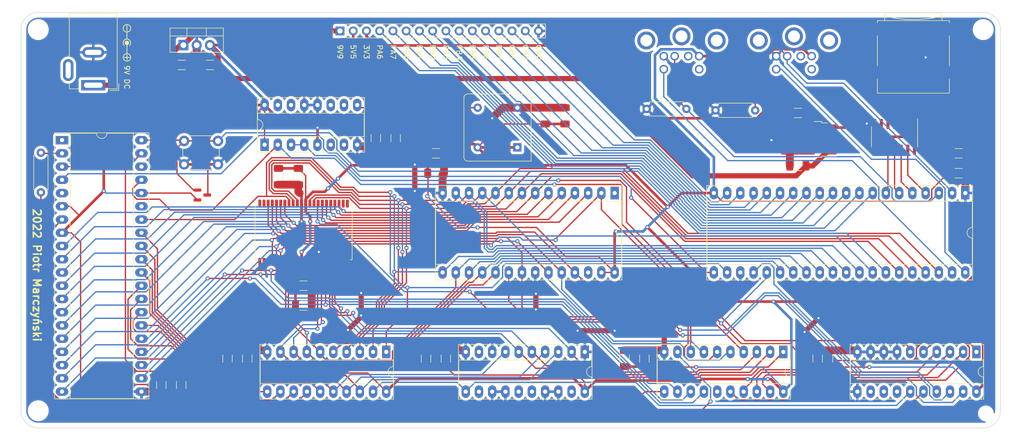
<source format=kicad_pcb>
(kicad_pcb (version 20211014) (generator pcbnew)
  (layers (0 "F.Cu" signal) (31 "B.Cu" signal) (34 "B.Paste" user) (35 "F.Paste" user) (36 "B.SilkS" user "B.Silkscreen") (37 "F.SilkS" user "F.Silkscreen") (38 "B.Mask" user) (39 "F.Mask" user) (44 "Edge.Cuts" user))
  (net 0 "")
  (net 1 "GNDD")
  (net 2 "+5V")
  (net 3 "+3V3")
  (net 4 "/KEYBOARD_DATA")
  (net 6 "/KEYBOARD_CLOCK")
  (net 8 "/MOUSE_DATA")
  (net 10 "/MOUSE_CLOCK")
  (net 13 "CLK")
  (net 15 "unconnected-(J4-Pad9)")
  (net 16 "RDY")
  (net 17 "Net-(R3-Pad2)")
  (net 18 "/CPU_D0")
  (net 19 "/CPU_D1")
  (net 20 "/CPU_D2")
  (net 21 "BANK_LATCH_CLK")
  (net 25 "/A18")
  (net 26 "/A17")
  (net 27 "/A16")
  (net 28 "/A0")
  (net 29 "/A1")
  (net 30 "/A2")
  (net 31 "/A3")
  (net 32 "/A4")
  (net 33 "~{RAM}")
  (net 34 "/D0")
  (net 35 "/D1")
  (net 36 "/D2")
  (net 37 "/D3")
  (net 38 "/A5")
  (net 39 "/A6")
  (net 40 "/A7")
  (net 41 "/A8")
  (net 42 "/A9")
  (net 43 "/A10")
  (net 44 "/A11")
  (net 45 "/A12")
  (net 46 "/A13")
  (net 47 "/A14")
  (net 48 "/D4")
  (net 49 "/D5")
  (net 50 "/D6")
  (net 51 "/D7")
  (net 52 "/A15")
  (net 55 "VPA")
  (net 56 "/CPU_D7")
  (net 57 "/CPU_D6")
  (net 58 "/CPU_D5")
  (net 59 "/CPU_D4")
  (net 60 "/CPU_D3")
  (net 63 "VDA")
  (net 64 "IO")
  (net 67 "~{CLK}")
  (net 74 "~{ROM}")
  (net 75 "/X")
  (net 76 "/Y")
  (net 77 "/Z")
  (net 78 "/VALID")
  (net 79 "+9V")
  (net 80 "/PA6")
  (net 81 "/PA7")
  (net 82 "/PB0")
  (net 83 "/uSD_CS")
  (net 84 "/uSD_MOSI")
  (net 85 "/uSD_CLK")
  (net 86 "/uSD_MISO")
  (net 87 "/RESB")
  (net 88 "/RWB")
  (net 89 "/IRQB")
  (net 90 "/uSD_CS_5V")
  (net 91 "/uSD_MOSI_5V")
  (net 92 "/uSD_CLK_5V")
  (net 93 "/CLK*2")
  (net 94 "/uSD_MISO_5V")
  (net 96 "/PB1")
  (net 97 "/PB2")
  (net 98 "/PB3")
  (net 99 "/PB4")
  (net 100 "/PB5")
  (net 101 "/PB6")
  (net 102 "/PB7")
  (net 103 "/CB1")
  (net 104 "/CB2")
  (footprint "Capacitor_SMD:C_1206_3216Metric_Pad1.33x1.80mm_HandSolder" (layer "F.Cu") (at 97.038 66.304 -90)
    (fp_text reference "C19" hide)
    (fp_text value "0.1uF")
  )
  (footprint "Capacitor_SMD:C_1206_3216Metric_Pad1.33x1.80mm_HandSolder" (layer "F.Cu") (at 79.375 94.615)
    (fp_text reference "C5" hide)
    (fp_text value "0.1uF")
  )
  (footprint "Package_DIP:DIP-16_W7.62mm_Socket_LongPads" (layer "F.Cu") (at 71.882 67.564 90)
    (fp_text reference "U10" hide)
    (fp_text value "74ACT175")
  )
  (footprint "Capacitor_SMD:C_1206_3216Metric_Pad1.33x1.80mm_HandSolder" (layer "F.Cu") (at 55.954559 52.253)
    (fp_text reference "C1" hide)
    (fp_text value "0.33uF")
  )
  (footprint "Connector_BarrelJack:BarrelJack_GCT_DCJ200-10-A_Horizontal" (layer "F.Cu") (at 39.004 56.134 180)
    (fp_text reference "J1" hide)
    (fp_text value "Barrel_Jack_MountingPin")
  )
  (footprint "Capacitor_SMD:C_1206_3216Metric_Pad1.33x1.80mm_HandSolder" (layer "F.Cu") (at 64.77 108.585 90)
    (fp_text reference "C16" hide)
    (fp_text value "10uF")
  )
  (footprint "Button_Switch_THT:SW_PUSH_6mm" (layer "F.Cu") (at 56.44 66.838)
    (fp_text reference "SW1" hide)
    (fp_text value "SW_Push")
  )
  (footprint "Capacitor_SMD:C_1206_3216Metric_Pad1.33x1.80mm_HandSolder" (layer "F.Cu") (at 74.549 73.66 -90)
    (fp_text reference "C8" hide)
    (fp_text value "10uF")
  )
  (footprint "Capacitor_SMD:C_1206_3216Metric_Pad1.33x1.80mm_HandSolder" (layer "F.Cu") (at 68.58 108.585 90)
    (fp_text reference "C15" hide)
    (fp_text value "0.1uF")
  )
  (footprint "Package_DIP:DIP-20_W7.62mm_Socket_LongPads" (layer "F.Cu") (at 133.345 107.325 -90)
    (fp_text reference "U4" hide)
    (fp_text value "CD74AC373E")
  )
  (footprint "Package_SO:TSOP-II-44_10.16x18.41mm_P0.8mm" (layer "F.Cu") (at 79.375 84.45 -90)
    (fp_text reference "U5" hide)
    (fp_text value "CY7C1049G")
  )
  (footprint "MountingHole:MountingHole_3mm" (layer "F.Cu") (at 209.804 45.466)
    (fp_text reference "REF**" hide)
    (fp_text value "MountingHole_3mm")
  )
  (footprint "Package_TO_SOT_SMD:TO-252-2" (layer "F.Cu") (at 176.344 66.548 180)
    (fp_text reference "U3" hide)
    (fp_text value "UA78M33C")
  )
  (footprint "Resistor_THT:R_Axial_DIN0207_L6.3mm_D2.5mm_P7.62mm_Horizontal" (layer "F.Cu") (at 158.422559 60.96)
    (fp_text reference "R2" hide)
    (fp_text value "10K")
  )
  (footprint "Capacitor_SMD:C_1206_3216Metric_Pad1.33x1.80mm_HandSolder" (layer "F.Cu") (at 104.76 73.025)
    (fp_text reference "C17" hide)
    (fp_text value "0.1uF")
  )
  (footprint "Package_DIP:DIP-20_W7.62mm_Socket_LongPads" (layer "F.Cu") (at 95.245 107.325 -90)
    (fp_text reference "U8" hide)
    (fp_text value "SN74ABT245")
  )
  (footprint "Package_DIP:DIP-20_W7.62mm_Socket_LongPads" (layer "F.Cu") (at 208.50248 107.325 -90)
    (fp_text reference "U12" hide)
    (fp_text value "ATF16V8C")
  )
  (footprint "Capacitor_SMD:C_1206_3216Metric_Pad1.33x1.80mm_HandSolder" (layer "F.Cu") (at 144.78 108.585 90)
    (fp_text reference "C23" hide)
    (fp_text value "0.1uF")
  )
  (footprint "Capacitor_SMD:C_1206_3216Metric_Pad1.33x1.80mm_HandSolder" (layer "F.Cu") (at 61.394559 52.253 180)
    (fp_text reference "C2" hide)
    (fp_text value "0.1uF")
  )
  (footprint "Package_DIP:DIP-40_W15.24mm_Socket_LongPads" (layer "F.Cu") (at 33.015 66.68)
    (fp_text reference "U6" hide)
    (fp_text value "W65C816SxP")
  )
  (footprint "MountingHole:MountingHole_3mm" (layer "F.Cu") (at 28.448 45.466)
    (fp_text reference "REF**" hide)
    (fp_text value "MountingHole_3mm")
  )
  (footprint "Package_TO_SOT_SMD:SOT-23" (layer "F.Cu") (at 59.944 77.216)
    (fp_text reference "U2" hide)
    (fp_text value "DS1813R-5")
  )
  (footprint "Capacitor_SMD:C_1206_3216Metric_Pad1.33x1.80mm_HandSolder" (layer "F.Cu") (at 55.88 113.665 -90)
    (fp_text reference "C12" hide)
    (fp_text value "10uF")
  )
  (footprint "Package_DIP:DIP-40_W15.24mm_Socket_LongPads" (layer "F.Cu") (at 206.37 76.83 -90)
    (fp_text reference "U7" hide)
    (fp_text value "W65C22SxP")
  )
  (footprint "Capacitor_SMD:C_1206_3216Metric_Pad1.33x1.80mm_HandSolder" (layer "F.Cu") (at 129.54 62.0145 90)
    (fp_text reference "C21" hide)
    (fp_text value "10uF")
  )
  (footprint "Capacitor_SMD:C_1206_3216Metric_Pad1.33x1.80mm_HandSolder" (layer "F.Cu") (at 78.359 73.66 -90)
    (fp_text reference "C6" hide)
    (fp_text value "0.1uF")
  )
  (footprint "Oscillator:Oscillator_DIP-8" (layer "F.Cu") (at 120.396 68.072 90)
    (fp_text reference "X1" hide)
    (fp_text value "20MHz")
  )
  (footprint "PCBlib:KMDGX6SBS" (layer "F.Cu") (at 172.182 50.564)
    (fp_text reference "J2" hide)
    (fp_text value "Mini-DIN-6" hide)
  )
  (footprint "Connector_PinHeader_2.54mm:PinHeader_1x16_P2.54mm_Vertical" (layer "F.Cu") (at 86.36 45.72 90)
    (fp_text reference "J5" hide)
    (fp_text value "Conn_01x16")
  )
  (footprint "Capacitor_SMD:C_1206_3216Metric_Pad1.33x1.80mm_HandSolder" (layer "F.Cu") (at 140.97 108.585 90)
    (fp_text reference "C24" hide)
    (fp_text value "10uF")
  )
  (footprint "Package_SO:SOIC-14_3.9x8.7mm_P1.27mm" (layer "F.Cu") (at 192.786 66.04 -90)
    (fp_text reference "U9" hide)
    (fp_text value "TXB0104D")
  )
  (footprint "Capacitor_SMD:C_1206_3216Metric_Pad1.33x1.80mm_HandSolder" (layer "F.Cu") (at 93.228 66.304 -90)
    (fp_text reference "C20" hide)
    (fp_text value "10uF")
  )
  (footprint "Capacitor_SMD:C_1206_3216Metric_Pad1.33x1.80mm_HandSolder" (layer "F.Cu") (at 181.83748 108.585 90)
    (fp_text reference "C25" hide)
    (fp_text value "0.1uF")
  )
  (footprint "Package_DIP:DIP-28_W15.24mm_Socket_LongPads" (layer "F.Cu") (at 139.065 76.835 -90)
    (fp_text reference "U11" hide)
    (fp_text value "28C64")
  )
  (footprint "Capacitor_SMD:C_1206_3216Metric_Pad1.33x1.80mm_HandSolder" (layer "F.Cu") (at 79.375 98.42)
    (fp_text reference "C7" hide)
    (fp_text value "10uF")
  )
  (footprint "Capacitor_SMD:C_1206_3216Metric_Pad1.33x1.80mm_HandSolder" (layer "F.Cu") (at 205.095 69.215)
    (fp_text reference "C14" hide)
    (fp_text value "10uF")
  )
  (footprint "Capacitor_SMD:C_1206_3216Metric_Pad1.33x1.80mm_HandSolder" (layer "F.Cu") (at 104.76 69.215)
    (fp_text reference "C18" hide)
    (fp_text value "10uF")
  )
  (footprint "Capacitor_SMD:C_1206_3216Metric_Pad1.33x1.80mm_HandSolder" (layer "F.Cu") (at 106.68 108.585 90)
    (fp_text reference "C3" hide)
    (fp_text value "0.1uF")
  )
  (footprint "MountingHole:MountingHole_3mm" (layer "F.Cu") (at 28.448 118.618)
    (fp_text reference "REF**" hide)
    (fp_text value "MountingHole_3mm")
  )
  (footprint "Capacitor_SMD:C_1206_3216Metric_Pad1.33x1.80mm_HandSolder" (layer "F.Cu") (at 174.244 71.628 180)
    (fp_text reference "C9" hide)
    (fp_text value "0.33uF")
  )
  (footprint "Capacitor_SMD:C_1206_3216Metric_Pad1.33x1.80mm_HandSolder" (layer "F.Cu") (at 102.87 108.585 90)
    (fp_text reference "C4" hide)
    (fp_text value "10uF")
  )
  (footprint "Capacitor_SMD:C_1206_3216Metric_Pad1.33x1.80mm_HandSolder" (layer "F.Cu") (at 174.244 61.468 180)
    (fp_text reference "C10" hide)
    (fp_text value "0.1uF")
  )
  (footprint "Capacitor_SMD:C_1206_3216Metric_Pad1.33x1.80mm_HandSolder" (layer "F.Cu") (at 178.02748 108.585 90)
    (fp_text reference "C26" hide)
    (fp_text value "10uF")
  )
  (footprint "Package_DIP:DIP-20_W7.62mm_Socket_LongPads" (layer "F.Cu") (at 171.445 107.325 -90)
    (fp_text reference "U13" hide)
    (fp_text value "ATF16V8C")
  )
  (footprint "MountingHole:MountingHole_2mm" (layer "F.Cu") (at 210.312 119.126)
    (fp_text reference "REF**" hide)
    (fp_text value "MountingHole_2mm")
  )
  (footprint "Capacitor_SMD:C_1206_3216Metric_Pad1.33x1.80mm_HandSolder" (layer "F.Cu") (at 205.095 73.025)
    (fp_text reference "C13" hide)
    (fp_text value "0.1uF")
  )
  (footprint "Resistor_THT:R_Axial_DIN0207_L6.3mm_D2.5mm_P7.62mm_Horizontal" (layer "F.Cu") (at 145.214559 60.688978)
    (fp_text reference "R1" hide)
    (fp_text value "10K")
  )
  (footprint "Connector_Card:microSD_HC_Wuerth_693072010801" (layer "F.Cu") (at 196.39607 49.556)
    (fp_text reference "J4" hide)
    (fp_text value "Micro_SD_Card")
  )
  (footprint "PCBlib:KMDGX6SBS" (layer "F.Cu") (at 150.592 50.564)
    (fp_text reference "J3" hide)
    (fp_text value "Mini-DIN-6" hide)
  )
  (footprint "Capacitor_SMD:C_1206_3216Metric_Pad1.33x1.80mm_HandSolder" (layer "F.Cu") (at 125.73 62.0145 90)
    (fp_text reference "C22" hide)
    (fp_text value "0.01uF")
  )
  (footprint "Capacitor_SMD:C_1206_3216Metric_Pad1.33x1.80mm_HandSolder" (layer "F.Cu") (at 52.07 113.665 -90)
    (fp_text reference "C11" hide)
    (fp_text value "0.1uF")
  )
  (footprint "Resistor_THT:R_Axial_DIN0207_L6.3mm_D2.5mm_P7.62mm_Horizontal" (layer "F.Cu") (at 28.956 76.708 90)
    (fp_text reference "R3" hide)
    (fp_text value "470")
  )
  (footprint "Package_TO_SOT_THT:TO-220-3_Vertical" (layer "F.Cu") (at 56.314559 48.443)
    (fp_text reference "U1" hide)
    (fp_text value "L7805ABV ")
  )
  (gr_line (start 45.466 47.289721) (end 45.466 45.974) (layer "F.SilkS") (width 0.15))
  (gr_arc (start 44.958 48.514) (mid 45.466 47.289798) (end 45.974 48.514) (layer "F.SilkS") (width 0.15))
  (gr_circle (center 45.466 45.212) (end 44.958 45.72) (layer "F.SilkS") (width 0.15) (fill none))
  (gr_line (start 45.974 50.8) (end 44.958 50.8) (layer "F.SilkS") (width 0.15))
  (gr_line (start 45.466 50.292) (end 45.466 51.308) (layer "F.SilkS") (width 0.15))
  (gr_circle (center 45.466 48.006) (end 45.466 48.344691) (layer "F.SilkS") (width 0.15) (fill solid))
  (gr_line (start 45.466 48.0073) (end 45.466 50.038) (layer "F.SilkS") (width 0.15))
  (gr_line (start 45.466 44.704) (end 45.466 45.72) (layer "F.SilkS") (width 0.15))
  (gr_circle (center 45.466 50.8) (end 44.958 51.308) (layer "F.SilkS") (width 0.15) (fill none))
  (gr_arc (start 213.106 118.618) (mid 212.138867 120.952867) (end 209.804 121.92) (layer "Edge.Cuts") (width 0.1))
  (gr_line (start 25.146 45.466) (end 25.146 118.618) (layer "Edge.Cuts") (width 0.1))
  (gr_arc (start 25.146 45.466) (mid 26.113133 43.131133) (end 28.448 42.164) (layer "Edge.Cuts") (width 0.1))
  (gr_line (start 213.106 118.618) (end 213.106 45.466) (layer "Edge.Cuts") (width 0.1))
  (gr_line (start 209.804 42.164) (end 28.448 42.164) (layer "Edge.Cuts") (width 0.1))
  (gr_arc (start 28.448 121.92) (mid 26.113133 120.952867) (end 25.146 118.618) (layer "Edge.Cuts") (width 0.1))
  (gr_line (start 28.448 121.92) (end 209.804 121.92) (layer "Edge.Cuts") (width 0.1))
  (gr_arc (start 209.804 42.164) (mid 212.138867 43.131133) (end 213.106 45.466) (layer "Edge.Cuts") (width 0.1))
  (gr_text "GND" (at 124.46 48.26 -90) (layer "F.SilkS") (effects (font (size 1 1)) (justify left)))
  (gr_text "PB4" (at 109.22 48.26 270) (layer "F.SilkS") (effects (font (size 1 1)) (justify left)))
  (gr_text "PB1" (at 101.6 48.26 270) (layer "F.SilkS") (effects (font (size 1 1)) (justify left)))
  (gr_text "CB2" (at 121.92 48.26 270) (layer "F.SilkS") (effects (font (size 1 1)) (justify left)))
  (gr_text "3V3" (at 91.44 48.26 270) (layer "F.SilkS") (effects (font (size 1 1)) (justify left)))
  (gr_text "9V9" (at 86.36 48.26 270) (layer "F.SilkS") (effects (font (size 1 1)) (justify left)))
  (gr_text "PA6" (at 93.98 48.26 270) (layer "F.SilkS") (effects (font (size 1 1)) (justify left)))
  (gr_text "9V DC" (at 45.466 54.61 270) (layer "F.SilkS") (effects (font (size 1 1))))
  (gr_text "PB5" (at 111.76 48.26 270) (layer "F.SilkS") (effects (font (size 1 1)) (justify left)))
  (gr_text "PB0" (at 99.06 48.26 270) (layer "F.SilkS") (effects (font (size 1 1)) (justify left)))
  (gr_text "PB6" (at 114.3 48.26 -90) (layer "F.SilkS") (effects (font (size 1 1)) (justify left)))
  (gr_text "CB1" (at 119.38 48.26 -90) (layer "F.SilkS") (effects (font (size 1 1)) (justify left)))
  (gr_text "PB7" (at 116.84 48.26 -90) (layer "F.SilkS") (effects (font (size 1 1)) (justify left)))
  (gr_text "PB2" (at 104.14 48.26 -90) (layer "F.SilkS") (effects (font (size 1 1)) (justify left)))
  (gr_text "5V5" (at 88.9 48.26 270) (layer "F.SilkS") (effects (font (size 1 1)) (justify left)))
  (gr_text "PA7" (at 96.52 48.26 270) (layer "F.SilkS") (effects (font (size 1 1)) (justify left)))
  (gr_text "PB3" (at 106.68 48.26 -90) (layer "F.SilkS") (effects (font (size 1 1)) (justify left)))
  (gr_text "2022 Piotr Marczyński" (at 28.194 92.583 270) (layer "F.SilkS") (effects (font (size 1.5 1.5) (thickness 0.3))))
  (segment (start 60.996 77.1015) (end 60.996 71.338) (width 0.25) (layer "F.Cu") (net 1))
  (segment (start 60.8815 77.216) (end 60.996 77.1015) (width 0.25) (layer "F.Cu") (net 1))
  (segment (start 175.514 103.505) (end 178.181 100.838) (width 1) (layer "F.Cu") (net 1))
  (segment (start 97.038 67.8665) (end 93.228 67.8665) (width 1.5) (layer "F.Cu") (net 1))
  (segment (start 51.7825 114.94) (end 52.07 115.2275) (width 1.5) (layer "F.Cu") (net 1))
  (segment (start 79.775 89.135) (end 79.775 90.0375) (width 0.5) (layer "F.Cu") (net 1))
  (segment (start 185.64248 107.325) (end 188.18248 107.325) (width 0.5) (layer "F.Cu") (net 1))
  (segment (start 129.54 60.452) (end 120.396 60.452) (width 1.5) (layer "F.Cu") (net 1))
  (segment (start 89.9645 67.8665) (end 89.662 67.564) (width 1.5) (layer "F.Cu") (net 1))
  (segment (start 78.359 75.2225) (end 78.359 76.581) (width 1.5) (layer "F.Cu") (net 1))
  (segment (start 206.37 76.83) (end 206.37 73.3125) (width 1.5) (layer "F.Cu") (net 1))
  (segment (start 58.854559 51.2755) (end 58.854559 48.443) (width 1.5) (layer "F.Cu") (net 1))
  (segment (start 78.975 82.26406) (end 78.994 82.28306) (width 0.5) (layer "F.Cu") (net 1))
  (segment (start 79.775 90.0375) (end 79.775 91.675) (width 0.5) (layer "F.Cu") (net 1))
  (segment (start 82.296 88.138) (end 82.296 88.773) (width 0.5) (layer "F.Cu") (net 1))
  (segment (start 78.975 77.197) (end 78.613 76.835) (width 0.5) (layer "F.Cu") (net 1))
  (segment (start 139.065 103.251) (end 131.953 103.251) (width 1) (layer "F.Cu") (net 1))
  (segment (start 106.045 73.3025) (end 106.3225 73.025) (width 1.5) (layer "F.Cu") (net 1))
  (segment (start 148.585 104.135) (end 148.585 107.325) (width 1) (layer "F.Cu") (net 1))
  (segment (start 148.2825 107.0225) (end 148.585 107.325) (width 1.5) (layer "F.Cu") (net 1))
  (segment (start 169.164 66.675) (end 174.117 66.675) (width 1.5) (layer "F.Cu") (net 1))
  (segment (start 102.87 107.0225) (end 110.1825 107.0225) (width 1.5) (layer "F.Cu") (net 1))
  (segment (start 56.44 71.338) (end 60.996 71.338) (width 0.5) (layer "F.Cu") (net 1))
  (segment (start 82.042 67.564) (end 82.042 64.2745) (width 0.5) (layer "F.Cu") (net 1))
  (segment (start 190.72248 107.325) (end 193.26248 107.325) (width 0.5) (layer "F.Cu") (net 1))
  (segment (start 82.175 89.174118) (end 81.776362 88.77548) (width 0.5) (layer "F.Cu") (net 1))
  (segment (start 48.255 114.94) (end 51.7825 114.94) (width 1.5) (layer "F.Cu") (net 1))
  (segment (start 81.776362 88.77548) (end 80.13452 88.77548) (width 0.5) (layer "F.Cu") (net 1))
  (segment (start 80.9375 92.8755) (end 79.756 91.694) (width 1.5) (layer "F.Cu") (net 1))
  (segment (start 120.396 60.452) (end 117.602 60.452) (width 1.5) (layer "F.Cu") (net 1))
  (segment (start 90.424 100.33) (end 90.424 96.012) (width 1) (layer "F.Cu") (net 1))
  (segment (start 58.854559 50.9155) (end 58.854559 48.443) (width 1.5) (layer "F.Cu") (net 1))
  (segment (start 174.117 66.675) (end 174.244 66.548) (width 1.5) (layer "F.Cu") (net 1))
  (segment (start 87.884 103.124) (end 90.424 100.584) (width 1) (layer "F.Cu") (net 1))
  (segment (start 64.77 107.0225) (end 72.0825 107.0225) (width 1.5) (layer "F.Cu") (net 1))
  (segment (start 178.02748 107.0225) (end 185.33998 107.0225) (width 1.5) (layer "F.Cu") (net 1))
  (segment (start 90.424 100.584) (end 90.424 100.33) (width 1) (layer "F.Cu") (net 1))
  (segment (start 110.1825 107.0225) (end 110.485 107.325) (width 1.5) (layer "F.Cu") (net 1))
  (segment (start 78.359 76.581) (end 78.613 76.835) (width 1.5) (layer "F.Cu") (net 1))
  (segment (start 172.6815 71.628) (end 172.6815 61.468) (width 1.5) (layer "F.Cu") (net 1))
  (segment (start 57.517059 52.253) (end 58.854559 50.9155) (width 1.5) (layer "F.Cu") (net 1))
  (segment (start 106.045 76.835) (end 106.045 73.3025) (width 1.5) (layer "F.Cu") (net 1))
  (segment (start 206.6575 69.215) (end 206.6575 73.025) (width 1.5) (layer "F.Cu") (net 1))
  (segment (start 100.711 76.454) (end 100.711 71.374) (width 1) (layer "F.Cu") (net 1))
  (segment (start 123.952 99.187) (end 123.952 96.139) (width 1) (layer "F.Cu") (net 1))
  (segment (start 106.3225 69.215) (end 106.3225 73.025) (width 1.5) (layer "F.Cu") (net 1))
  (segment (start 82.296 88.773) (end 82.034941 89.034059) (width 0.5) (layer "F.Cu") (net 1))
  (segment (start 79.775 91.675) (end 79.756 91.694) (width 0.5) (layer "F.Cu") (net 1))
  (segment (start 80.13452 88.77548) (end 79.775 89.135) (width 0.5) (layer "F.Cu") (net 1))
  (segment (start 188.976 63.565) (end 187.517 63.565) (width 0.5) (layer "F.Cu") (net 1))
  (segment (start 93.228 67.8665) (end 89.9645 67.8665) (width 1.5) (layer "F.Cu") (net 1))
  (segment (start 147.701 103.251) (end 148.585 104.135) (width 1) (layer "F.Cu") (net 1))
  (segment (start 78.975 78.8625) (end 78.975 77.197) (width 0.5) (layer "F.Cu") (net 1))
  (segment (start 117.602 60.452) (end 115.57 62.484) (width 1.5) (layer "F.Cu") (net 1))
  (segment (start 74.549 75.2225) (end 78.359 75.2225) (width 1.5) (layer "F.Cu") (net 1))
  (segment (start 206.37 73.3125) (end 206.6575 73.025) (width 1.5) (layer "F.Cu") (net 1))
  (segment (start 185.33998 107.0225) (end 185.64248 107.325) (width 1.5) (layer "F.Cu") (net 1))
  (segment (start 140.97 107.0225) (end 148.2825 107.0225) (width 1.5) (layer "F.Cu") (net 1))
  (segment (start 187.517 63.565) (end 187.452 63.5) (width 0.25) (layer "F.Cu") (net 1))
  (segment (start 188.18248 107.325) (end 190.72248 107.325) (width 0.5) (layer "F.Cu") (net 1))
  (segment (start 60.996 71.338) (end 62.94 71.338) (width 0.5) (layer "F.Cu") (net 1))
  (segment (start 198.755511 50.8) (end 198.69607 50.740559) (width 0.5) (layer "F.Cu") (net 1))
  (segment (start 52.07 115.2275) (end 55.88 115.2275) (width 1.5) (layer "F.Cu") (net 1))
  (segment (start 59.832059 52.253) (end 58.854559 51.2755) (width 1.5) (layer "F.Cu") (net 1))
  (segment (start 82.175 90.0375) (end 82.175 89.174118) (width 0.5) (layer "F.Cu") (net 1))
  (segment (start 80.9375 98.42) (end 80.9375 92.8755) (width 1.5) (layer "F.Cu") (net 1))
  (segment (start 198.69607 50.740559) (end 198.69607 48.006) (width 0.5) (layer "F.Cu") (net 1))
  (segment (start 78.975 78.8625) (end 78.975 82.26406) (width 0.5) (layer "F.Cu") (net 1))
  (segment (start 139.065 103.251) (end 147.701 103.251) (width 1) (layer "F.Cu") (net 1))
  (via (at 178.181 100.838) (size 0.8) (drill 0.4) (layers "F.Cu" "B.Cu") (net 1))
  (via (at 100.711 71.374) (size 0.8) (drill 0.4) (layers "F.Cu" "B.Cu") (net 1))
  (via (at 100.711 76.454) (size 0.8) (drill 0.4) (layers "F.Cu" "B.Cu") (net 1))
  (via (at 115.57 62.484) (size 0.8) (drill 0.4) (layers "F.Cu" "B.Cu") (net 1))
  (via (at 175.514 103.505) (size 0.8) (drill 0.4) (layers "F.Cu" "B.Cu") (net 1))
  (via (at 123.952 99.187) (size 0.8) (drill 0.4) (layers "F.Cu" "B.Cu") (net 1))
  (via (at 90.424 100.33) (size 0.8) (drill 0.4) (layers "F.Cu" "B.Cu") (net 1))
  (via (at 139.065 103.251) (size 0.8) (drill 0.4) (layers "F.Cu" "B.Cu") (net 1))
  (via (at 187.452 63.5) (size 0.8) (drill 0.4) (layers "F.Cu" "B.Cu") (net 1))
  (via (at 131.953 103.251) (size 0.8) (drill 0.4) (layers "F.Cu" "B.Cu") (net 1))
  (via (at 78.994 82.28306) (size 0.8) (drill 0.4) (layers "F.Cu" "B.Cu") (net 1))
  (via (at 87.884 103.124) (size 0.8) (drill 0.4) (layers "F.Cu" "B.Cu") (net 1))
  (via (at 82.296 88.138) (size 0.8) (drill 0.4) (layers "F.Cu" "B.Cu") (net 1))
  (via (at 90.424 96.012) (size 0.8) (drill 0.4) (layers "F.Cu" "B.Cu") (net 1))
  (via (at 82.042 64.2745) (size 0.8) (drill 0.4) (layers "F.Cu" "B.Cu") (net 1))
  (via (at 198.755511 50.8) (size 0.8) (drill 0.4) (layers "F.Cu" "B.Cu") (net 1))
  (via (at 169.164 66.675) (size 0.8) (drill 0.4) (layers "F.Cu" "B.Cu") (net 1))
  (via (at 123.952 96.139) (size 0.8) (drill 0.4) (layers "F.Cu" "B.Cu") (net 1))
  (segment (start 108.2925 111.76) (end 131.953 111.76) (width 0.25) (layer "F.Cu") (net 2))
  (segment (start 201.839502 97.663) (end 203.014798 97.663) (width 0.5) (layer "F.Cu") (net 2))
  (segment (start 99.822 62.611) (end 102.9335 65.7225) (width 0.5) (layer "F.Cu") (net 2))
  (segment (start 125.73 63.577) (end 117.271 63.577) (width 0.25) (layer "F.Cu") (net 2))
  (segment (start 124.079 83.439) (end 129.667 89.027) (width 0.25) (layer "F.Cu") (net 2))
  (segment (start 77.8125 94.605) (end 77.8125 91.936138) (width 0.25) (layer "F.Cu") (net 2))
  (segment (start 159.68452 78.40452) (end 158.11 76.83) (width 0.25) (layer "F.Cu") (net 2))
  (segment (start 87.447 48.443) (end 88.9 46.99) (width 0.5) (layer "F.Cu") (net 2))
  (segment (start 141.23448 71.51148) (end 149.225 79.502) (width 0.5) (layer "F.Cu") (net 2))
  (segment (start 169.061655 112.561655) (end 171.445 114.945) (width 0.5) (layer "F.Cu") (net 2))
  (segment (start 112.141 67.437) (end 112.776 68.072) (width 0.5) (layer "F.Cu") (net 2))
  (segment (start 91.672401 111.372401) (end 95.245 114.945) (width 0.25) (layer "F.Cu") (net 2))
  (segment (start 176.655143 50.564) (end 175.330632 49.239489) (width 0.5) (layer "F.Cu") (net 2))
  (segment (start 83.420039 76.599961) (end 84.074 75.946) (width 0.5) (layer "F.Cu") (net 2))
  (segment (start 41.021 68.707) (end 41.021 71.755) (width 0.5) (layer "F.Cu") (net 2))
  (segment (start 171.740693 49.239489) (end 171.241173 48.739969) (width 0.5) (layer "F.Cu") (net 2))
  (segment (start 103.251 77.334969) (end 103.251 73.0785) (width 0.25) (layer "F.Cu") (net 2))
  (segment (start 34.793 84.46) (end 36.566 86.233) (width 0.25) (layer "F.Cu") (net 2))
  (segment (start 97.795 112.395) (end 131.191 112.395) (width 0.5) (layer "F.Cu") (net 2))
  (segment (start 140.008552 71.51148) (end 141.23448 71.51148) (width 0.5) (layer "F.Cu") (net 2))
  (segment (start 112.776 68.072) (end 116.215481 71.511481) (width 0.5) (layer "F.Cu") (net 2))
  (segment (start 136.017 89.027) (end 139.065 92.075) (width 0.25) (layer "F.Cu") (net 2))
  (segment (start 79.775 73.5135) (end 79.775 78.8625) (width 0.25) (layer "F.Cu") (net 2))
  (segment (start 93.228 64.7415) (end 91.9865 63.5) (width 0.25) (layer "F.Cu") (net 2))
  (segment (start 151.897 76.83) (end 158.11 76.83) (width 0.5) (layer "F.Cu") (net 2))
  (segment (start 133.35 114.554) (end 133.35 114.818) (width 0.5) (layer "F.Cu") (net 2))
  (segment (start 78.994 90.0185) (end 78.975 90.0375) (width 0.5) (layer "F.Cu") (net 2))
  (segment (start 131.191 112.395) (end 133.35 114.554) (width 0.5) (layer "F.Cu") (net 2))
  (segment (start 155.505305 112.808079) (end 135.481921 112.808079) (width 0.5) (layer "F.Cu") (net 2))
  (segment (start 41.021 71.755) (end 41.021 76.454) (width 0.5) (layer "F.Cu") (net 2))
  (segment (start 181.92598 110.236) (end 181.83748 110.1475) (width 0.25) (layer "F.Cu") (net 2))
  (segment (start 79.775 80.41) (end 79.775 78.8625) (width 0.5) (layer "F.Cu") (net 2))
  (segment (start 79.775 78.8625) (end 79.775 77.999118) (width 0.5) (layer "F.Cu") (net 2))
  (segment (start 50.59798 113.57452) (end 52.07 112.1025) (width 0.25) (layer "F.Cu") (net 2))
  (segment (start 197.547 67.564) (end 196.596 68.515) (width 0.5) (layer "F.Cu") (net 2))
  (segment (start 74.549 62.611) (end 99.822 62.611) (width 0.5) (layer "F.Cu") (net 2))
  (segment (start 74.041 63.5) (end 71.882 61.341) (width 0.25) (layer "F.Cu") (net 2))
  (segment (start 199.92452 77.716502) (end 199.236502 78.40452) (width 0.25) (layer "F.Cu") (net 2))
  (segment (start 208.026 92.651798) (end 208.026 68.453) (width 0.5) (layer "F.Cu") (net 2))
  (segment (start 57.6805 76.84) (end 59.0065 78.166) (width 0.25) (layer "F.Cu") (net 2))
  (segment (start 169.326461 48.739969) (end 167.50243 50.564) (width 0.5) (layer "F.Cu") (net 2))
  (segment (start 135.481921 112.808079) (end 133.345 114.945) (width 0.5) (layer "F.Cu") (net 2))
  (segment (start 131.953 111.76) (end 133.345 113.152) (width 0.25) (layer "F.Cu") (net 2))
  (segment (start 97.038 64.7415) (end 93.228 64.7415) (width 0.5) (layer "F.Cu") (net 2))
  (segment (start 201.839502 97.663) (end 209.801991 105.625489) (width 0.5) (layer "F.Cu") (net 2))
  (segment (start 36.576 112.522) (end 37.62852 113.57452) (width 0.25) (layer "F.Cu") (net 2))
  (segment (start 203.014798 97.663) (end 208.026 92.651798) (width 0.5) (layer "F.Cu") (net 2))
  (segment (start 79.775 77.999118) (end 81.174158 76.59996) (width 0.5) (layer "F.Cu") (net 2))
  (segment (start 203.033978 73.025) (end 199.92452 76.134458) (width 0.25) (layer "F.Cu") (net 2))
  (segment (start 48.255 76.84) (end 57.6805 76.84) (width 0.25) (layer "F.Cu") (net 2))
  (segment (start 164.592 112.5345) (end 164.5795 112.522) (width 0.5) (layer "F.Cu") (net 2))
  (segment (start 199.92452 76.134458) (end 199.92452 77.716502) (width 0.25) (layer "F.Cu") (net 2))
  (segment (start 164.5795 112.522) (end 155.791384 112.522) (width 0.5) (layer "F.Cu") (net 2))
  (segment (start 116.215481 71.511481) (end 140.008552 71.51148) (width 0.5) (layer "F.Cu") (net 2))
  (segment (start 77.8125 98.42) (end 77.8125 94.605) (width 0.5) (layer "F.Cu") (net 2))
  (segment (start 155.791384 112.522) (end 155.505305 112.808079) (width 0.5) (layer "F.Cu") (net 2))
  (segment (start 140.97 110.1475) (end 144.78 110.1475) (width 0.5) (layer "F.Cu") (net 2))
  (segment (start 203.5325 69.215) (end 203.5325 73.025) (width 0.5) (layer "F.Cu") (net 2))
  (segment (start 139.319 84.201) (end 139.065 84.455) (width 0.5) (layer "F.Cu") (net 2))
  (segment (start 70.993 60.833) (end 71.882 59.944) (width 0.25) (layer "F.Cu") (net 2))
  (segment (start 207.137 67.564) (end 197.547 67.564) (width 0.5) (layer "F.Cu") (net 2))
  (segment (start 203.5325 73.025) (end 203.033978 73.025) (width 0.25) (layer "F.Cu") (net 2))
  (segment (start 139.065 84.455) (end 139.065 92.075) (width 0.5) (layer "F.Cu") (net 2))
  (segment (start 95.245 114.945) (end 97.795 112.395) (width 0.5) (layer "F.Cu") (net 2))
  (segment (start 120.396 68.072) (end 112.776 68.072) (width 0.5) (layer "F.Cu") (net 2))
  (segment (start 171.241173 48.739969) (end 169.326461 48.739969) (width 0.5) (layer "F.Cu") (net 2))
  (segment (start 34.549 79.38) (end 36.322 81.153) (width 0.25) (layer "F.Cu") (net 2))
  (segment (start 71.882 59.944) (end 49.784 59.944) (width 0.5) (layer "F.Cu") (net 2))
  (segment (start 78.359 72.0975) (end 79.775 73.5135) (width 0.25) (layer "F.Cu") (net 2))
  (segment (start 91.9865 63.5) (end 74.041 63.5) (width 0.25) (layer "F.Cu") (net 2))
  (segment (start 88.519 71.501) (end 97.155 71.501) (width 0.5) (layer "F.Cu") (net 2))
  (segment (start 80.645 81.28) (end 79.775 80.41) (width 0.5) (layer "F.Cu") (net 2))
  (segment (start 103.2025 73.03) (end 103.1975 73.025) (width 0.5) (layer "F.Cu") (net 2))
  (segment (start 209.801991 105.625489) (end 209.801991 113.645489) (width 0.5) (layer "F.Cu") (net 2))
  (segment (start 41.016 71.76) (end 41.021 71.755) (width 0.25) (layer "F.Cu") (net 2))
  (segment (start 49.784 59.944) (end 41.021 68.707) (width 0.5) (layer "F.Cu") (net 2))
  (segment (start 81.174158 76.59996) (end 82.423 76.599961) (width 0.5) (layer "F.Cu") (net 2))
  (segment (start 62.957059 50.0055) (end 61.394559 48.443) (width 1) (layer "F.Cu") (net 2))
  (segment (start 74.549 72.0975) (end 78.359 72.0975) (width 0.5) (layer "F.Cu") (net 2))
  (segment (start 129.667 89.027) (end 136.017 89.027) (width 0.25) (layer "F.Cu") (net 2))
  (segment (start 37.62852 113.57452) (end 50.59798 113.57452) (width 0.25) (layer "F.Cu") (net 2))
  (segment (start 187.96 110.236) (end 181.92598 110.236) (width 0.25) (layer "F.Cu") (net 2))
  (segment (start 129.54 63.577) (end 125.73 63.577) (width 0.5) (layer "F.Cu") (net 2))
  (segment (start 199.236502 78.40452) (end 159.68452 78.40452) (width 0.25) (layer "F.Cu") (net 2))
  (segment (start 36.566 86.233) (end 36.576 86.233) (width 0.25) (layer "F.Cu") (net 2))
  (segment (start 176.882 50.564) (end 176.655143 50.564) (width 0.5) (layer "F.Cu") (net 2))
  (segment (start 209.801991 113.645489) (end 208.50248 114.945) (width 0.5) (layer "F.Cu") (net 2))
  (segment (start 71.882 61.341) (end 71.882 59.944) (width 0.25) (layer "F.Cu") (net 2))
  (segment (start 70.993 62.103) (end 70.993 60.833) (width 0.25) (layer "F.Cu") (net 2))
  (segment (start 112.776 83.439) (end 124.079 83.439) (width 0.25) (layer "F.Cu") (net 2))
  (segment (start 82.423 76.599961) (end 83.420039 76.599961) (width 0.5) (layer "F.Cu") (net 2))
  (segment (start 102.9335 65.7225) (end 104.648 67.437) (width 0.5) (layer "F.Cu") (net 2))
  (segment (start 154.686 110.236) (end 144.8685 110.236) (width 0.25) (layer "F.Cu") (net 2))
  (segment (start 77.8125 91.936138) (end 78.975 90.773638) (width 0.25) (layer "F.Cu") (net 2))
  (segment (start 178.02748 110.1475) (end 181.83748 110.1475) (width 0.5) (layer "F.Cu") (net 2))
  (segment (start 61.394559 48.443) (end 87.447 48.443) (width 0.5) (layer "F.Cu") (net 2))
  (segment (start 88.9 46.99) (end 88.9 45.72) (width 0.5) (layer "F.Cu") (net 2))
  (segment (start 159.639 97.663) (end 201.839502 97.663) (width 0.5) (layer "F.Cu") (net 2))
  (segment (start 145.3515 83.3755) (end 159.639 97.663) (width 0.5) (layer "F.Cu") (net 2))
  (segment (start 175.330632 49.239489) (end 171.740693 49.239489) (width 0.5) (layer "F.Cu") (net 2))
  (segment (start 33.015 71.76) (end 41.016 71.76) (width 0.25) (layer "F.Cu") (net 2))
  (segment (start 69.804901 111.372401) (end 91.672401 111.372401) (width 0.25) (layer "F.Cu") (net 2))
  (segment (start 106.68 110.1475) (end 108.2925 111.76) (width 0.25) (layer "F.Cu") (net 2))
  (segment (start 103.1975 73.025) (end 103.1975 69.215) (width 0.5) (layer "F.Cu") (net 2))
  (segment (start 104.648 67.437) (end 112.141 67.437) (width 0.5) (layer "F.Cu") (net 2))
  (segment (start 208.026 68.453) (end 207.137 67.564) (width 0.5) (layer "F.Cu") (net 2))
  (segment (start 41.021 76.454) (end 36.322 81.153) (width 0.5) (layer "F.Cu") (net 2))
  (segment (start 33.015 79.38) (end 34.549 79.38) (width 0.25) (layer "F.Cu") (net 2))
  (segment (start 117.271 63.577) (end 112.776 68.072) (width 0.25) (layer "F.Cu") (net 2))
  (segment (start 133.345 113.152) (end 133.345 114.945) (width 0.25) (layer "F.Cu") (net 2))
  (segment (start 85.963083 74.056917) (end 88.519 71.501) (width 0.5) (layer "F.Cu") (net 2))
  (segment (start 36.322 81.153) (end 33.015 84.46) (width 0.5) (layer "F.Cu") (net 2))
  (segment (start 62.957059 52.253) (end 62.957059 50.0055) (width 1) (layer "F.Cu") (net 2))
  (segment (start 102.87 110.1475) (end 106.68 110.1475) (width 0.5) (layer "F.Cu") (net 2))
  (segment (start 71.882 67.564) (end 71.882 62.992) (width 0.25) (layer "F.Cu") (net 2))
  (segment (start 68.58 110.1475) (end 69.804901 111.372401) (width 0.25) (layer "F.Cu") (net 2))
  (segment (start 136.525 92.075) (end 139.065 92.075) (width 0.25) (layer "F.Cu") (net 2))
  (segment (start 33.015 84.46) (end 34.793 84.46) (width 0.25) (layer "F.Cu") (net 2))
  (segment (start 78.994 88.138) (end 78.994 90.0185) (width 0.5) (layer "F.Cu") (net 2))
  (segment (start 71.882 62.992) (end 70.993 62.103) (width 0.25) (layer "F.Cu") (net 2))
  (segment (start 78.975 90.773638) (end 78.975 90.0375) (width 0.25) (layer "F.Cu") (net 2))
  (segment (start 80.645 82.28308) (end 80.645 81.28) (width 0.5) (layer "F.Cu") (net 2))
  (segment (start 103.124 77.461969) (end 103.251 77.334969) (width 0.25) (layer "F.Cu") (net 2))
  (segment (start 97.155 71.501) (end 102.9335 65.7225) (width 0.5) (layer "F.Cu") (net 2))
  (segment (start 55.88 112.1025) (end 52.07 112.1025) (width 0.5) (layer "F.Cu") (net 2))
  (segment (start 36.576 86.233) (end 36.576 112.522) (width 0.25) (layer "F.Cu") (net 2))
  (segment (start 167.50243 50.564) (end 155.292 50.564) (width 0.5) (layer "F.Cu") (net 2))
  (segment (start 149.225 79.502) (end 151.897 76.83) (width 0.5) (layer "F.Cu") (net 2))
  (segment (start 71.882 59.944) (end 74.549 62.611) (width 0.5) (layer "F.Cu") (net 2))
  (segment (start 168.441655 112.561655) (end 169.061655 112.561655) (width 0.5) (layer "F.Cu") (net 2))
  (segment (start 64.77 110.1475) (end 68.58 110.1475) (width 0.5) (layer "F.Cu") (net 2))
  (via (at 145.3515 83.3755) (size 0.8) (drill 0.4) (layers "F.Cu" "B.Cu") (net 2))
  (via (at 84.074 75.946) (size 0.8) (drill 0.4) (layers "F.Cu" "B.Cu") (net 2))
  (via (at 154.686 110.236) (size 0.8) (drill 0.4) (layers "F.Cu" "B.Cu") (net 2))
  (via (at 164.592 112.5345) (size 0.8) (drill 0.4) (layers "F.Cu" "B.Cu") (net 2))
  (via (at 112.776 83.439) (size 0.8) (drill 0.4) (layers "F.Cu" "B.Cu") (net 2))
  (via (at 149.225 79.502) (size 0.8) (drill 0.4) (layers "F.Cu" "B.Cu") (net 2))
  (via (at 80.645 82.28308) (size 0.8) (drill 0.4) (layers "F.Cu" "B.Cu") (net 2))
  (via (at 85.963083 74.056917) (size 0.8) (drill 0.4) (layers "F.Cu" "B.Cu") (net 2))
  (via (at 168.441655 112.561655) (size 0.8) (drill 0.4) (layers "F.Cu" "B.Cu") (net 2))
  (via (at 78.994 88.138) (size 0.8) (drill 0.4) (layers "F.Cu" "B.Cu") (net 2))
  (via (at 187.96 110.236) (size 0.8) (drill 0.4) (layers "F.Cu" "B.Cu") (net 2))
  (via (at 169.545 97.663) (size 0.8) (drill 0.4) (layers "F.Cu" "B.Cu") (net 2))
  (via (at 103.124 77.461969) (size 0.8) (drill 0.4) (layers "F.Cu" "B.Cu") (net 2))
  (via (at 41.021 76.454) (size 0.8) (drill 0.4) (layers "F.Cu" "B.Cu") (net 2))
  (via (at 139.319 84.201) (size 0.8) (drill 0.4) (layers "F.Cu" "B.Cu") (net 2))
  (segment (start 158.11 76.83) (end 158.11 69.972) (width 0.5) (layer "B.Cu") (net 2))
  (segment (start 41.407 76.84) (end 41.021 76.454) (width 0.25) (layer "B.Cu") (net 2))
  (segment (start 187.96 110.236) (end 203.93548 110.236) (width 0.25) (layer "B.Cu") (net 2))
  (segment (start 203.93548 110.236) (end 208.50248 114.803) (width 0.25) (layer "B.Cu") (net 2))
  (segment (start 171.445 114.295) (end 171.445 114.945) (width 0.25) (layer "B.Cu") (net 2))
  (segment (start 169.545 97.663) (end 172.974 101.092) (width 0.5) (layer "B.Cu") (net 2))
  (segment (start 172.974 113.416) (end 171.445 114.945) (width 0.5) (layer "B.Cu") (net 2))
  (segment (start 109.101031 83.439) (end 112.776 83.439) (width 0.25) (layer "B.Cu") (net 2))
  (segment (start 158.11 69.972) (end 146.812 58.674) (width 0.5) (layer "B.Cu") (net 2))
  (segment (start 149.225 79.502) (end 144.526 84.201) (width 0.5) (layer "B.Cu") (net 2))
  (segment (start 146.812 50.370857) (end 147.943368 49.239489) (width 0.5) (layer "B.Cu") (net 2))
  (segment (start 48.255 76.84) (end 41.407 76.84) (width 0.25) (layer "B.Cu") (net 2))
  (segment (start 208.50248 114.803) (end 208.50248 114.945) (width 0.25) (layer "B.Cu") (net 2))
  (segment (start 167.386 110.236) (end 171.445 114.295) (width 0.25) (layer "B.Cu") (net 2))
  (segment (start 154.686 110.236) (end 167.386 110.236) (width 0.25) (layer "B.Cu") (net 2))
  (segment (start 71.882 58.930441) (end 61.394559 48.443) (width 0.5) (layer "B.Cu") (net 2))
  (segment (start 153.967489 49.239489) (end 155.292 50.564) (width 0.5) (layer "B.Cu") (net 2))
  (segment (start 80.645 86.487) (end 80.645 82.28308) (width 0.5) (layer "B.Cu") (net 2))
  (segment (start 168.441655 112.561655) (end 164.619155 112.561655) (width 0.5) (layer "B.Cu") (net 2))
  (segment (start 84.074 75.946) (end 85.963083 74.056917) (width 0.5) (layer "B.Cu") (net 2))
  (segment (start 164.619155 112.561655) (end 164.592 112.5345) (width 0.5) (layer "B.Cu") (net 2))
  (segment (start 144.526 84.201) (end 139.319 84.201) (width 0.5) (layer "B.Cu") (net 2))
  (segment (start 146.812 58.674) (end 146.812 50.370857) (width 0.5) (layer "B.Cu") (net 2))
  (segment (start 147.943368 49.239489) (end 153.967489 49.239489) (width 0.5) (layer "B.Cu") (net 2))
  (segment (start 172.974 101.092) (end 172.974 113.416) (width 0.5) (layer "B.Cu") (net 2))
  (segment (start 103.124 77.461969) (end 109.101031 83.439) (width 0.25) (layer "B.Cu") (net 2))
  (segment (start 78.994 88.138) (end 80.645 86.487) (width 0.5) (layer "B.Cu") (net 2))
  (segment (start 71.882 59.944) (end 71.882 58.930441) (width 0.5) (layer "B.Cu") (net 2))
  (segment (start 188.976 67.818) (end 188.976 68.515) (width 0.5) (layer "F.Cu") (net 3))
  (segment (start 91.44 46.736) (end 91.44 45.72) (width 0.5) (layer "F.Cu") (net 3))
  (segment (start 176.598 61.468) (end 175.8065 61.468) (width 0.5) (layer "F.Cu") (net 3))
  (segment (start 185.426 64.268) (end 188.976 67.818) (width 0.5) (layer "F.Cu") (net 3))
  (segment (start 179.398 64.268) (end 176.598 61.468) (width 0.5) (layer "F.Cu") (net 3))
  (segment (start 196.596 64.479279) (end 195.035279 66.04) (width 0.5) (layer "F.Cu") (net 3))
  (segment (start 175.8065 61.468) (end 174.40698 60.06848) (width 0.5) (layer "F.Cu") (net 3))
  (segment (start 168.771866 60.06848) (end 166.356346 62.484) (width 0.5) (layer "F.Cu") (net 3))
  (segment (start 180.544 64.268) (end 185.426 64.268) (width 0.5) (layer "F.Cu") (net 3))
  (segment (start 93.218 48.514) (end 91.44 46.736) (width 0.5) (layer "F.Cu") (net 3))
  (segment (start 130.556 48.514) (end 93.218 48.514) (width 0.5) (layer "F.Cu") (net 3))
  (segment (start 188.976 67.891441) (end 188.976 68.515) (width 0.5) (layer "F.Cu") (net 3))
  (segment (start 166.356346 62.484) (end 144.526 62.484) (width 0.5) (layer "F.Cu") (net 3))
  (segment (start 195.035279 66.04) (end 190.827441 66.04) (width 0.5) (layer "F.Cu") (net 3))
  (segment (start 196.49607 48.006) (end 196.49607 63.46507) (width 0.5) (layer "F.Cu") (net 3))
  (segment (start 196.49607 63.46507) (end 196.596 63.565) (width 0.5) (layer "F.Cu") (net 3))
  (segment (start 174.40698 60.06848) (end 168.771866 60.06848) (width 0.5) (layer "F.Cu") (net 3))
  (segment (start 190.827441 66.04) (end 188.976 67.891441) (width 0.5) (layer "F.Cu") (net 3))
  (segment (start 144.526 62.484) (end 130.556 48.514) (width 0.5) (layer "F.Cu") (net 3))
  (segment (start 180.544 64.268) (end 179.398 64.268) (width 0.5) (layer "F.Cu") (net 3))
  (segment (start 196.596 63.565) (end 196.596 64.479279) (width 0.5) (layer "F.Cu") (net 3))
  (segment (start 166.042559 52.907075) (end 169.585145 49.364489) (width 0.25) (layer "F.Cu") (net 4))
  (segment (start 169.585145 49.364489) (end 170.982489 49.364489) (width 0.25) (layer "F.Cu") (net 4))
  (segment (start 166.042559 60.96) (end 166.042559 52.907075) (width 0.25) (layer "F.Cu") (net 4))
  (segment (start 170.982489 49.364489) (end 172.182 50.564) (width 0.25) (layer "F.Cu") (net 4))
  (segment (start 175.935581 55.752489) (end 183.006489 55.752489) (width 0.25) (layer "B.Cu") (net 4))
  (segment (start 175.935581 55.752489) (end 172.182 51.998908) (width 0.25) (layer "B.Cu") (net 4))
  (segment (start 183.006489 55.752489) (end 203.83 76.576) (width 0.25) (layer "B.Cu") (net 4))
  (segment (start 172.182 51.998908) (end 172.182 50.564) (width 0.25) (layer "B.Cu") (net 4))
  (segment (start 203.83 76.576) (end 203.83 76.83) (width 0.25) (layer "B.Cu") (net 4))
  (segment (start 188.353581 70.358) (end 171.059581 53.064) (width 0.25) (layer "B.Cu") (net 6))
  (segment (start 206.37 92.07) (end 202.46452 88.16452) (width 0.25) (layer "B.Cu") (net 6))
  (segment (start 196.879022 70.358) (end 188.353581 70.358) (width 0.25) (layer "B.Cu") (net 6))
  (segment (start 171.059581 53.064) (end 170.082 53.064) (width 0.25) (layer "B.Cu") (net 6))
  (segment (start 202.46452 88.16452) (end 202.46452 75.943498) (width 0.25) (layer "B.Cu") (net 6))
  (segment (start 202.46452 75.943498) (end 196.879022 70.358) (width 0.25) (layer "B.Cu") (net 6))
  (segment (start 150.592 50.564) (end 150.592 58.446419) (width 0.25) (layer "F.Cu") (net 8))
  (segment (start 150.592 58.446419) (end 152.834559 60.688978) (width 0.25) (layer "F.Cu") (net 8))
  (segment (start 199.71548 78.40452) (end 192.95852 78.40452) (width 0.25) (layer "B.Cu") (net 8))
  (segment (start 192.95852 78.40452) (end 192.30452 77.75052) (width 0.25) (layer "B.Cu") (net 8))
  (segment (start 192.30452 77.75052) (end 192.30452 75.943498) (width 0.25) (layer "B.Cu") (net 8))
  (segment (start 201.29 76.83) (end 199.71548 78.40452) (width 0.25) (layer "B.Cu") (net 8))
  (segment (start 192.30452 75.943498) (end 186.219502 69.85848) (width 0.25) (layer "B.Cu") (net 8))
  (segment (start 162.004061 69.85848) (end 152.834559 60.688978) (width 0.25) (layer "B.Cu") (net 8))
  (segment (start 186.219502 69.85848) (end 162.004061 69.85848) (width 0.25) (layer "B.Cu") (net 8))
  (segment (start 189.76452 75.71852) (end 184.658 70.612) (width 0.25) (layer "B.Cu") (net 10))
  (segment (start 148.492 58.322) (end 148.492 53.064) (width 0.25) (layer "B.Cu") (net 10))
  (segment (start 189.76452 78.00452) (end 189.76452 75.71852) (width 0.25) (layer "B.Cu") (net 10))
  (segment (start 160.782 70.612) (end 148.492 58.322) (width 0.25) (layer "B.Cu") (net 10))
  (segment (start 203.83 92.07) (end 189.76452 78.00452) (width 0.25) (layer "B.Cu") (net 10))
  (segment (start 184.658 70.612) (end 160.782 70.612) (width 0.25) (layer "B.Cu") (net 10))
  (segment (start 46.609 77.255022) (end 46.609 75.946) (width 0.25) (layer "F.Cu") (net 13))
  (segment (start 51.72552 78.01452) (end 47.368498 78.01452) (width 0.25) (layer "F.Cu") (net 13))
  (segment (start 175.835022 108.966) (end 172.619511 105.750489) (width 0.25) (layer "F.Cu") (net 13))
  (segment (start 198.704458 104.902) (end 196.977 106.629458) (width 0.25) (layer "F.Cu") (net 13))
  (segment (start 47.368498 78.01452) (end 46.609 77.255022) (width 0.25) (layer "F.Cu") (net 13))
  (segment (start 74.422 67.564) (end 61.87548 80.11052) (width 0.25) (layer "F.Cu") (net 13))
  (segment (start 163.399891 105.750489) (end 159.507701 101.858299) (width 0.25) (layer "F.Cu") (net 13))
  (segment (start 206.47948 104.902) (end 198.704458 104.902) (width 0.25) (layer "F.Cu") (net 13))
  (segment (start 140.163022 75.184) (end 140.462 75.482978) (width 0.25) (layer "F.Cu") (net 13))
  (segment (start 172.619511 105.750489) (end 163.399891 105.750489) (width 0.25) (layer "F.Cu") (net 13))
  (segment (start 196.342 108.966) (end 175.835022 108.966) (width 0.25) (layer "F.Cu") (net 13))
  (segment (start 46.609 75.946) (end 48.255 74.3) (width 0.25) (layer "F.Cu") (net 13))
  (segment (start 53.82152 80.11052) (end 51.72552 78.01452) (width 0.25) (layer "F.Cu") (net 13))
  (segment (start 140.462 75.482978) (end 140.462 82.812598) (width 0.25) (layer "F.Cu") (net 13))
  (segment (start 196.977 106.629458) (end 196.977 108.30448) (width 0.25) (layer "F.Cu") (net 13))
  (segment (start 208.50248 107.325) (end 208.50248 106.925) (width 0.25) (layer "F.Cu") (net 13))
  (segment (start 61.87548 80.11052) (end 53.82152 80.11052) (width 0.25) (layer "F.Cu") (net 13))
  (segment (start 196.977 108.331) (end 196.342 108.966) (width 0.25) (layer "F.Cu") (net 13))
  (segment (start 208.50248 106.925) (end 206.47948 104.902) (width 0.25) (layer "F.Cu") (net 13))
  (segment (start 140.462 82.812598) (end 159.507701 101.858299) (width 0.25) (layer "F.Cu") (net 13))
  (segment (start 127.508 75.184) (end 140.163022 75.184) (width 0.25) (layer "F.Cu") (net 13))
  (via (at 159.507701 101.858299) (size 0.8) (drill 0.4) (layers "F.Cu" "B.Cu") (net 13))
  (via (at 127.508 75.184) (size 0.8) (drill 0.4) (layers "F.Cu" "B.Cu") (net 13))
  (segment (start 90.336716 75.184) (end 127.508 75.184) (width 0.25) (layer "B.Cu") (net 13))
  (segment (start 160.782 100.584) (end 168.27 93.096) (width 0.25) (layer "B.Cu") (net 13))
  (segment (start 76.99556 70.13756) (end 85.290276 70.13756) (width 0.25) (layer "B.Cu") (net 13))
  (segment (start 159.507701 101.858299) (end 160.782 100.584) (width 0.25) (layer "B.Cu") (net 13))
  (segment (start 168.27 93.096) (end 168.27 92.07) (width 0.25) (layer "B.Cu") (net 13))
  (segment (start 85.290276 70.13756) (end 90.336716 75.184) (width 0.25) (layer "B.Cu") (net 13))
  (segment (start 74.422 67.564) (end 76.99556 70.13756) (width 0.25) (layer "B.Cu") (net 13))
  (segment (start 189.52107 45.406) (end 189.52107 45.302441) (width 0.25) (layer "F.Cu") (net 15))
  (segment (start 189.865511 44.958) (end 202.82307 44.958) (width 0.25) (layer "F.Cu") (net 15))
  (segment (start 189.52107 53.706) (end 189.52107 45.406) (width 0.25) (layer "F.Cu") (net 15))
  (segment (start 203.27107 53.706) (end 203.27107 45.406) (width 0.25) (layer "F.Cu") (net 15))
  (segment (start 202.82307 44.958) (end 203.27107 45.406) (width 0.25) (layer "F.Cu") (net 15))
  (segment (start 189.52107 45.302441) (end 189.865511 44.958) (width 0.25) (layer "F.Cu") (net 15))
  (segment (start 28.956 114.554) (end 33.461039 119.059039) (width 0.25) (layer "F.Cu") (net 16))
  (segment (start 194.228441 119.059039) (end 198.34248 114.945) (width 0.25) (layer "F.Cu") (net 16))
  (segment (start 28.956 76.708) (end 28.956 114.554) (width 0.25) (layer "F.Cu") (net 16))
  (segment (start 33.461039 119.059039) (end 194.228441 119.059039) (width 0.25) (layer "F.Cu") (net 16))
  (segment (start 33.015 69.22) (end 29.088 69.22) (width 0.25) (layer "F.Cu") (net 17))
  (segment (start 29.088 69.22) (end 28.956 69.088) (width 0.25) (layer "F.Cu") (net 17))
  (segment (start 87.491921 111.871921) (end 84.844532 111.871922) (width 0.25) (layer "F.Cu") (net 18))
  (segment (start 84.844532 111.871922) (end 63.897634 111.871922) (width 0.25) (layer "F.Cu") (net 18))
  (segment (start 51.32808 99.302368) (end 51.32808 87.53308) (width 0.25) (layer "F.Cu") (net 18))
  (segment (start 90.165 114.945) (end 90.165 114.545) (width 0.25) (layer "F.Cu") (net 18))
  (segment (start 63.897634 111.871922) (end 51.32808 99.302368) (width 0.25) (layer "F.Cu") (net 18))
  (segment (start 51.32808 87.53308) (end 48.255 84.46) (width 0.25) (layer "F.Cu") (net 18))
  (segment (start 90.165 114.545) (end 87.491921 111.871921) (width 0.25) (layer "F.Cu") (net 18))
  (segment (start 92.452949 112.657051) (end 90.165 114.945) (width 0.25) (layer "B.Cu") (net 18))
  (segment (start 128.26 107.198) (end 122.800949 112.657051) (width 0.25) (layer "B.Cu") (net 18))
  (segment (start 122.800949 112.657051) (end 92.452949 112.657051) (width 0.25) (layer "B.Cu") (net 18))
  (segment (start 50.82856 89.57356) (end 48.255 87) (width 0.25) (layer "F.Cu") (net 19))
  (segment (start 87.625 114.945) (end 85.051441 112.371441) (width 0.25) (layer "F.Cu") (net 19))
  (segment (start 85.051441 112.371441) (end 63.690725 112.371441) (width 0.25) (layer "F.Cu") (net 19))
  (segment (start 50.82856 99.509276) (end 50.82856 89.57356) (width 0.25) (layer "F.Cu") (net 19))
  (segment (start 63.690725 112.371441) (end 50.82856 99.509276) (width 0.25) (layer "F.Cu") (net 19))
  (segment (start 125.73 107.254) (end 120.826469 112.157531) (width 0.25) (layer "B.Cu") (net 19))
  (segment (start 120.826469 112.157531) (end 90.412469 112.157531) (width 0.25) (layer "B.Cu") (net 19))
  (segment (start 90.412469 112.157531) (end 87.625 114.945) (width 0.25) (layer "B.Cu") (net 19))
  (segment (start 50.32904 99.716184) (end 50.32904 91.61404) (width 0.25) (layer "F.Cu") (net 20))
  (segment (start 63.483816 112.87096) (end 50.32904 99.716184) (width 0.25) (layer "F.Cu") (net 20))
  (segment (start 85.085 114.945) (end 83.01096 112.87096) (width 0.25) (layer "F.Cu") (net 20))
  (segment (start 50.32904 91.61404) (end 48.255 89.54) (width 0.25) (layer "F.Cu") (net 20))
  (segment (start 83.01096 112.87096) (end 63.483816 112.87096) (width 0.25) (layer "F.Cu") (net 20))
  (segment (start 88.371989 111.658011) (end 113.649989 111.658011) (width 0.25) (layer "B.Cu") (net 20))
  (segment (start 113.649989 111.658011) (end 118.11 107.198) (width 0.25) (layer "B.Cu") (net 20))
  (segment (start 85.085 114.945) (end 88.371989 111.658011) (width 0.25) (layer "B.Cu") (net 20))
  (segment (start 94.493429 113.156571) (end 108.838571 113.156571) (width 0.25) (layer "B.Cu") (net 21))
  (segment (start 92.705 114.945) (end 94.493429 113.156571) (width 0.25) (layer "B.Cu") (net 21))
  (segment (start 147.56552 117.59352) (end 193.15396 117.59352) (width 0.25) (layer "B.Cu") (net 21))
  (segment (start 143.12857 113.15657) (end 147.56552 117.59352) (width 0.25) (layer "B.Cu") (net 21))
  (segment (start 193.15396 117.59352) (end 195.80248 114.945) (width 0.25) (layer "B.Cu") (net 21))
  (segment (start 112.273429 113.156571) (end 143.12857 113.15657) (width 0.25) (layer "B.Cu") (net 21))
  (segment (start 110.556 114.874) (end 112.273429 113.156571) (width 0.25) (layer "B.Cu") (net 21))
  (segment (start 108.838571 113.156571) (end 110.556 114.874) (width 0.25) (layer "B.Cu") (net 21))
  (segment (start 86.546994 98.97652) (end 85.375 97.804526) (width 0.25) (layer "F.Cu") (net 25))
  (segment (start 168.534 110.236) (end 166.878 110.236) (width 0.25) (layer "F.Cu") (net 25))
  (segment (start 123.910734 110.458734) (end 120.65 107.198) (width 0.25) (layer "F.Cu") (net 25))
  (segment (start 165.354 111.76) (end 155.67018 111.76) (width 0.25) (layer "F.Cu") (net 25))
  (segment (start 155.67018 111.76) (end 155.246621 112.183559) (width 0.25) (layer "F.Cu") (net 25))
  (segment (start 155.246621 112.183559) (end 133.90056 112.183559) (width 0.25) (layer "F.Cu") (net 25))
  (segment (start 171.445 107.325) (end 168.534 110.236) (width 0.25) (layer "F.Cu") (net 25))
  (segment (start 166.878 110.236) (end 165.354 111.76) (width 0.25) (layer "F.Cu") (net 25))
  (segment (start 133.90056 112.183559) (end 132.175734 110.458734) (width 0.25) (layer "F.Cu") (net 25))
  (segment (start 132.175734 110.458734) (end 123.910734 110.458734) (width 0.25) (layer "F.Cu") (net 25))
  (segment (start 85.375 97.804526) (end 85.375 90.0375) (width 0.25) (layer "F.Cu") (net 25))
  (via (at 86.546994 98.97652) (size 0.8) (drill 0.4) (layers "F.Cu" "B.Cu") (net 25))
  (segment (start 117.27104 103.81904) (end 120.65 107.198) (width 0.25) (layer "B.Cu") (net 25))
  (segment (start 86.546994 100.262994) (end 90.10304 103.81904) (width 0.25) (layer "B.Cu") (net 25))
  (segment (start 86.546994 98.97652) (end 86.546994 100.262994) (width 0.25) (layer "B.Cu") (net 25))
  (segment (start 90.10304 103.81904) (end 117.27104 103.81904) (width 0.25) (layer "B.Cu") (net 25))
  (segment (start 84.875481 91.225481) (end 84.575 90.925) (width 0.25) (layer "F.Cu") (net 26))
  (segment (start 87.428155 99.515845) (end 87.153175 99.790825) (width 0.25) (layer "F.Cu") (net 26))
  (segment (start 84.575 90.925) (end 84.575 90.0375) (width 0.25) (layer "F.Cu") (net 26))
  (segment (start 155.039712 111.68404) (end 155.480232 111.24352) (width 0.25) (layer "F.Cu") (net 26))
  (segment (start 84.87548 98.400331) (end 84.875481 97.597617) (width 0.25) (layer "F.Cu") (net 26))
  (segment (start 123.19 107.198) (end 125.951214 109.959214) (width 0.25) (layer "F.Cu") (net 26))
  (segment (start 87.761479 99.515845) (end 87.428155 99.515845) (width 0.25) (layer "F.Cu") (net 26))
  (segment (start 155.480232 111.24352) (end 164.98648 111.24352) (width 0.25) (layer "F.Cu") (net 26))
  (segment (start 132.382643 109.959215) (end 134.107469 111.68404) (width 0.25) (layer "F.Cu") (net 26))
  (segment (start 164.98648 111.24352) (end 168.905 107.325) (width 0.25) (layer "F.Cu") (net 26))
  (segment (start 84.875481 97.597617) (end 84.875481 91.225481) (width 0.25) (layer "F.Cu") (net 26))
  (segment (start 134.107469 111.68404) (end 155.039712 111.68404) (width 0.25) (layer "F.Cu") (net 26))
  (segment (start 86.265974 99.790825) (end 84.87548 98.400331) (width 0.25) (layer "F.Cu") (net 26))
  (segment (start 125.951214 109.959214) (end 132.382643 109.959215) (width 0.25) (layer "F.Cu") (net 26))
  (segment (start 87.153175 99.790825) (end 86.265974 99.790825) (width 0.25) (layer "F.Cu") (net 26))
  (via (at 87.761479 99.515845) (size 0.8) (drill 0.4) (layers "F.Cu" "B.Cu") (net 26))
  (segment (start 119.31152 103.31952) (end 123.19 107.198) (width 0.25) (layer "B.Cu") (net 26))
  (segment (start 87.761479 100.461479) (end 90.61952 103.31952) (width 0.25) (layer "B.Cu") (net 26))
  (segment (start 90.61952 103.31952) (end 119.31152 103.31952) (width 0.25) (layer "B.Cu") (net 26))
  (segment (start 87.761479 99.515845) (end 87.761479 100.461479) (width 0.25) (layer "B.Cu") (net 26))
  (segment (start 84.375961 98.607239) (end 84.375961 91.44) (width 0.25) (layer "F.Cu") (net 27))
  (segment (start 154.832805 111.18452) (end 134.314376 111.18452) (width 0.25) (layer "F.Cu") (net 27))
  (segment (start 134.314376 111.18452) (end 130.81 107.680144) (width 0.25) (layer "F.Cu") (net 27))
  (segment (start 88.431655 100.290345) (end 86.059067 100.290345) (width 0.25) (layer "F.Cu") (net 27))
  (segment (start 166.365 107.64) (end 163.261 110.744) (width 0.25) (layer "F.Cu") (net 27))
  (segment (start 83.775 90.839039) (end 83.775 90.0375) (width 0.25) (layer "F.Cu") (net 27))
  (segment (start 86.059067 100.290345) (end 84.375961 98.607239) (width 0.25) (layer "F.Cu") (net 27))
  (segment (start 163.261 110.744) (end 155.273325 110.744) (width 0.25) (layer "F.Cu") (net 27))
  (segment (start 84.375961 91.44) (end 83.775 90.839039) (width 0.25) (layer "F.Cu") (net 27))
  (segment (start 166.365 107.325) (end 166.365 107.64) (width 0.25) (layer "F.Cu") (net 27))
  (segment (start 88.9 99.822) (end 88.431655 100.290345) (width 0.25) (layer "F.Cu") (net 27))
  (segment (start 130.81 107.680144) (end 130.81 107.198) (width 0.25) (layer "F.Cu") (net 27))
  (segment (start 155.273325 110.744) (end 154.832805 111.18452) (width 0.25) (layer "F.Cu") (net 27))
  (via (at 88.9 99.822) (size 0.8) (drill 0.4) (layers "F.Cu" "B.Cu") (net 27))
  (segment (start 126.432 102.82) (end 130.81 107.198) (width 0.25) (layer "B.Cu") (net 27))
  (segment (start 91.236486 102.82) (end 126.432 102.82) (width 0.25) (layer "B.Cu") (net 27))
  (segment (start 88.9 99.822) (end 88.9 100.483514) (width 0.25) (layer "B.Cu") (net 27))
  (segment (start 88.9 100.483514) (end 91.236486 102.82) (width 0.25) (layer "B.Cu") (net 27))
  (segment (start 87.320326 80.55998) (end 109.249448 80.55998) (width 0.25) (layer "F.Cu") (net 28))
  (segment (start 193.802 84.582) (end 153.122284 84.582) (width 0.25) (layer "F.Cu") (net 28))
  (segment (start 120.904 72.136) (end 116.205 76.835) (width 0.25) (layer "F.Cu") (net 28))
  (segment (start 86.175 79.567781) (end 86.175 78.8625) (width 0.25) (layer "F.Cu") (net 28))
  (segment (start 140.676284 72.136002) (end 139.954 72.136) (width 0.25) (layer "F.Cu") (net 28))
  (segment (start 114.130965 78.909035) (end 116.205 76.835) (width 0.25) (layer "F.Cu") (net 28))
  (segment (start 87.036643 80.276297) (end 87.320326 80.55998) (width 0.25) (layer "F.Cu") (net 28))
  (segment (start 109.249448 80.55998) (end 110.900395 78.909035) (width 0.25) (layer "F.Cu") (net 28))
  (segment (start 110.900395 78.909035) (end 114.130965 78.909035) (width 0.25) (layer "F.Cu") (net 28))
  (segment (start 87.036643 80.276297) (end 86.883516 80.276297) (width 0.25) (layer "F.Cu") (net 28))
  (segment (start 153.122284 84.582) (end 140.676284 72.136002) (width 0.25) (layer "F.Cu") (net 28))
  (segment (start 201.29 92.07) (end 193.802 84.582) (width 0.25) (layer "F.Cu") (net 28))
  (segment (start 139.954 72.136) (end 120.904 72.136) (width 0.25) (layer "F.Cu") (net 28))
  (segment (start 86.883516 80.276297) (end 86.175 79.567781) (width 0.25) (layer "F.Cu") (net 28))
  (via (at 87.036643 80.276297) (size 0.8) (drill 0.4) (layers "F.Cu" "B.Cu") (net 28))
  (segment (start 39.84148 80.55452) (end 33.396 87) (width 0.25) (layer "B.Cu") (net 28))
  (segment (start 86.262346 79.502) (end 50.292 79.502) (width 0.25) (layer "B.Cu") (net 28))
  (segment (start 87.036643 80.276297) (end 86.262346 79.502) (width 0.25) (layer "B.Cu") (net 28))
  (segment (start 33.396 87) (end 33.015 87) (width 0.25) (layer "B.Cu") (net 28))
  (segment (start 50.292 79.502) (end 49.23948 80.55452) (width 0.25) (layer "B.Cu") (net 28))
  (segment (start 49.23948 80.55452) (end 39.84148 80.55452) (width 0.25) (layer "B.Cu") (net 28))
  (segment (start 191.76152 85.08152) (end 198.75 92.07) (width 0.25) (layer "F.Cu") (net 29))
  (segment (start 85.375 79.863106) (end 85.375 78.8625) (width 0.25) (layer "F.Cu") (net 29))
  (segment (start 109.456357 81.059499) (end 111.107302 79.408555) (width 0.25) (layer "F.Cu") (net 29))
  (segment (start 140.469376 72.635521) (end 140.761987 72.928133) (width 0.25) (layer "F.Cu") (net 29))
  (segment (start 122.94448 72.63552) (end 140.469376 72.635521) (width 0.25) (layer "F.Cu") (net 29))
  (segment (start 86.011083 80.499189) (end 85.375 79.863106) (width 0.25) (layer "F.Cu") (net 29))
  (segment (start 111.107302 79.408555) (end 116.171445 79.408555) (width 0.25) (layer "F.Cu") (net 29))
  (segment (start 86.011083 80.499189) (end 86.571393 81.059499) (width 0.25) (layer "F.Cu") (net 29))
  (segment (start 152.915376 85.08152) (end 191.76152 85.08152) (width 0.25) (layer "F.Cu") (net 29))
  (segment (start 86.571393 81.059499) (end 109.456357 81.059499) (width 0.25) (layer "F.Cu") (net 29))
  (segment (start 116.171445 79.408555) (end 118.745 76.835) (width 0.25) (layer "F.Cu") (net 29))
  (segment (start 118.745 76.835) (end 122.94448 72.63552) (width 0.25) (layer "F.Cu") (net 29))
  (segment (start 140.761987 72.928133) (end 152.915376 85.08152) (width 0.25) (layer "F.Cu") (net 29))
  (via (at 86.011083 80.499189) (size 0.8) (drill 0.4) (layers "F.Cu" "B.Cu") (net 29))
  (segment (start 39.26952 83.28548) (end 33.015 89.54) (width 0.25) (layer "B.Cu") (net 29))
  (segment (start 49.29404 83.28548) (end 39.26952 83.28548) (width 0.25) (layer "B.Cu") (net 29))
  (segment (start 52.56952 80.01) (end 49.29404 83.28548) (width 0.25) (layer "B.Cu") (net 29))
  (segment (start 86.011083 80.499189) (end 85.521894 80.01) (width 0.25) (layer "B.Cu") (net 29))
  (segment (start 85.521894 80.01) (end 52.56952 80.01) (width 0.25) (layer "B.Cu") (net 29))
  (segment (start 85.105724 81.03002) (end 85.634722 81.559018) (width 0.25) (layer "F.Cu") (net 30))
  (segment (start 85.09402 81.03002) (end 84.575 80.511) (width 0.25) (layer "F.Cu") (net 30))
  (segment (start 109.663266 81.559018) (end 111.314209 79.908075) (width 0.25) (layer "F.Cu") (net 30))
  (segment (start 85.634722 81.559018) (end 109.663266 81.559018) (width 0.25) (layer "F.Cu") (net 30))
  (segment (start 124.98496 73.13504) (end 121.285 76.835) (width 0.25) (layer "F.Cu") (net 30))
  (segment (start 118.211925 79.908075) (end 121.285 76.835) (width 0.25) (layer "F.Cu") (net 30))
  (segment (start 140.262467 73.13504) (end 124.98496 73.13504) (width 0.25) (layer "F.Cu") (net 30))
  (segment (start 84.575 78.8625) (end 84.575 80.511) (width 0.25) (layer "F.Cu") (net 30))
  (segment (start 111.314209 79.908075) (end 118.211925 79.908075) (width 0.25) (layer "F.Cu") (net 30))
  (segment (start 152.725428 85.598) (end 140.262467 73.13504) (width 0.25) (layer "F.Cu") (net 30))
  (segment (start 85.105724 81.03002) (end 85.09402 81.03002) (width 0.25) (layer "F.Cu") (net 30))
  (segment (start 189.738 85.598) (end 152.725428 85.598) (width 0.25) (layer "F.Cu") (net 30))
  (segment (start 196.21 92.07) (end 189.738 85.598) (width 0.25) (layer "F.Cu") (net 30))
  (via (at 85.105724 81.03002) (size 0.8) (drill 0.4) (layers "F.Cu" "B.Cu") (net 30))
  (segment (start 84.585224 80.50952) (end 85.105724 81.03002) (width 0.25) (layer "B.Cu") (net 30))
  (segment (start 33.015 92.08) (end 39.46048 85.63452) (width 0.25) (layer "B.Cu") (net 30))
  (segment (start 49.47652 85.63452) (end 54.60152 80.50952) (width 0.25) (layer "B.Cu") (net 30))
  (segment (start 39.46048 85.63452) (end 49.47652 85.63452) (width 0.25) (layer "B.Cu") (net 30))
  (segment (start 54.60152 80.50952) (end 84.585224 80.50952) (width 0.25) (layer "B.Cu") (net 30))
  (segment (start 152.51852 86.09752) (end 187.69752 86.09752) (width 0.25) (layer "F.Cu") (net 31))
  (segment (start 84.11649 81.52954) (end 84.645479 82.058529) (width 0.25) (layer "F.Cu") (net 31))
  (segment (start 187.69752 86.09752) (end 193.67 92.07) (width 0.25) (layer "F.Cu") (net 31))
  (segment (start 109.870183 82.058529) (end 111.521119 80.407595) (width 0.25) (layer "F.Cu") (net 31))
  (segment (start 140.05556 73.63456) (end 152.51852 86.09752) (width 0.25) (layer "F.Cu") (net 31))
  (segment (start 84.11649 81.52954) (end 83.775 81.18805) (width 0.25) (layer "F.Cu") (net 31))
  (segment (start 83.775 81.18805) (end 83.775 78.8625) (width 0.25) (layer "F.Cu") (net 31))
  (segment (start 127.02544 73.63456) (end 140.05556 73.63456) (width 0.25) (layer "F.Cu") (net 31))
  (segment (start 123.825 76.835) (end 127.02544 73.63456) (width 0.25) (layer "F.Cu") (net 31))
  (segment (start 111.521119 80.407595) (end 120.252405 80.407595) (width 0.25) (layer "F.Cu") (net 31))
  (segment (start 84.645479 82.058529) (end 109.870183 82.058529) (width 0.25) (layer "F.Cu") (net 31))
  (segment (start 120.252405 80.407595) (end 123.825 76.835) (width 0.25) (layer "F.Cu") (net 31))
  (via (at 84.11649 81.52954) (size 0.8) (drill 0.4) (layers "F.Cu" "B.Cu") (net 31))
  (segment (start 33.015 94.62) (end 39.26952 88.36548) (width 0.25) (layer "B.Cu") (net 31))
  (segment (start 39.26952 88.36548) (end 49.04852 88.36548) (width 0.25) (layer "B.Cu") (net 31))
  (segment (start 49.04852 88.36548) (end 56.40496 81.00904) (width 0.25) (layer "B.Cu") (net 31))
  (segment (start 83.59599 81.00904) (end 84.11649 81.52954) (width 0.25) (layer "B.Cu") (net 31))
  (segment (start 56.40496 81.00904) (end 83.59599 81.00904) (width 0.25) (layer "B.Cu") (net 31))
  (segment (start 83.117288 82.02906) (end 83.646276 82.558048) (width 0.25) (layer "F.Cu") (net 32))
  (segment (start 111.728026 80.907115) (end 122.292885 80.907115) (width 0.25) (layer "F.Cu") (net 32))
  (segment (start 83.646276 82.558048) (end 110.077092 82.558048) (width 0.25) (layer "F.Cu") (net 32))
  (segment (start 82.975 81.886772) (end 82.975 78.8625) (width 0.25) (layer "F.Cu") (net 32))
  (segment (start 122.292885 80.907115) (end 126.365 76.835) (width 0.25) (layer "F.Cu") (net 32))
  (segment (start 110.077092 82.558048) (end 111.728026 80.907115) (width 0.25) (layer "F.Cu") (net 32))
  (segment (start 83.117288 82.02906) (end 82.975 81.886772) (width 0.25) (layer "F.Cu") (net 32))
  (via (at 83.117288 82.02906) (size 0.8) (drill 0.4) (layers "F.Cu" "B.Cu") (net 32))
  (segment (start 39.26952 90.90548) (end 48.950542 90.90548) (width 0.25) (layer "B.Cu") (net 32))
  (segment (start 33.015 97.16) (end 39.26952 90.90548) (width 0.25) (layer "B.Cu") (net 32))
  (segment (start 48.950542 90.90548) (end 58.347462 81.50856) (width 0.25) (layer "B.Cu") (net 32))
  (segment (start 58.347462 81.50856) (end 82.596788 81.50856) (width 0.25) (layer "B.Cu") (net 32))
  (segment (start 82.596788 81.50856) (end 83.117288 82.02906) (width 0.25) (layer "B.Cu") (net 32))
  (segment (start 117.07704 101.58304) (end 111.252 95.758) (width 0.25) (layer "F.Cu") (net 33))
  (segment (start 151.558675 104.14) (end 149.001715 101.58304) (width 0.25) (layer "F.Cu") (net 33))
  (segment (start 82.042 78.9955) (end 82.175 78.8625) (width 0.25) (layer "F.Cu") (net 33))
  (segment (start 82.042 82.283069) (end 82.042 78.9955) (width 0.25) (layer "F.Cu") (net 33))
  (segment (start 152.146 104.14) (end 151.558675 104.14) (width 0.25) (layer "F.Cu") (net 33))
  (segment (start 149.001715 101.58304) (end 117.07704 101.58304) (width 0.25) (layer "F.Cu") (net 33))
  (via (at 111.252 95.758) (size 0.8) (drill 0.4) (layers "F.Cu" "B.Cu") (net 33))
  (via (at 152.146 104.14) (size 0.8) (drill 0.4) (layers "F.Cu" "B.Cu") (net 33))
  (via (at 82.042 82.283069) (size 0.8) (drill 0.4) (layers "F.Cu" "B.Cu") (net 33))
  (segment (start 203.888441 117.019039) (end 198.355497 117.019039) (width 0.25) (layer "B.Cu") (net 33))
  (segment (start 196.977 114.058498) (end 195.186502 112.268) (width 0.25) (layer "B.Cu") (net 33))
  (segment (start 205.96248 114.945) (end 203.888441 117.019039) (width 0.25) (layer "B.Cu") (net 33))
  (segment (start 198.355497 117.019039) (end 196.977 115.640542) (width 0.25) (layer "B.Cu") (net 33))
  (segment (start 111.252 95.758) (end 98.679 95.758) (width 0.25) (layer "B.Cu") (net 33))
  (segment (start 186.182 112.268) (end 170.42552 96.51152) (width 0.25) (layer "B.Cu") (net 33))
  (segment (start 195.186502 112.268) (end 186.182 112.268) (width 0.25) (layer "B.Cu") (net 33))
  (segment (start 167.973908 96.51152) (end 160.345428 104.14) (width 0.25) (layer "B.Cu") (net 33))
  (segment (start 82.562502 82.803571) (end 82.042 82.283069) (width 0.25) (layer "B.Cu") (net 33))
  (segment (start 98.679 95.758) (end 85.724571 82.803571) (width 0.25) (layer "B.Cu") (net 33))
  (segment (start 170.42552 96.51152) (end 167.973908 96.51152) (width 0.25) (layer "B.Cu") (net 33))
  (segment (start 196.977 115.640542) (end 196.977 114.058498) (width 0.25) (layer "B.Cu") (net 33))
  (segment (start 160.345428 104.14) (end 152.146 104.14) (width 0.25) (layer "B.Cu") (net 33))
  (segment (start 85.724571 82.803571) (end 82.562502 82.803571) (width 0.25) (layer "B.Cu") (net 33))
  (segment (start 112.09048 78.40952) (end 110.69348 78.40952) (width 0.25) (layer "F.Cu") (net 34))
  (segment (start 81.825415 77.72548) (end 81.375 78.175895) (width 0.25) (layer "F.Cu") (net 34))
  (segment (start 88.124585 77.72548) (end 81.825415 77.72548) (width 0.25) (layer "F.Cu") (net 34))
  (segment (start 99.11 87.376) (end 99.110011 87.376011) (width 0.25) (layer "F.Cu") (net 34))
  (segment (start 109.317531 79.785469) (end 99.11 79.785469) (width 0.25) (layer "F.Cu") (net 34))
  (segment (start 94.869 98.313855) (end 94.869 100.965) (width 0.25) (layer "F.Cu") (net 34))
  (segment (start 92.705 103.129) (end 92.705 107.325) (width 0.25) (layer "F.Cu") (net 34))
  (segment (start 90.184574 79.785469) (end 88.124585 77.72548) (width 0.25) (layer "F.Cu") (net 34))
  (segment (start 94.869 100.965) (end 92.705 103.129) (width 0.25) (layer "F.Cu") (net 34))
  (segment (start 99.110011 94.072844) (end 94.869 98.313855) (width 0.25) (layer "F.Cu") (net 34))
  (segment (start 90.184574 79.785469) (end 99.11 79.785469) (width 0.25) (layer "F.Cu") (net 34))
  (segment (start 99.110011 87.376011) (end 99.110011 94.072844) (width 0.25) (layer "F.Cu") (net 34))
  (segment (start 113.665 76.835) (end 112.09048 78.40952) (width 0.25) (layer "F.Cu") (net 34))
  (segment (start 110.69348 78.40952) (end 109.317531 79.785469) (width 0.25) (layer "F.Cu") (net 34))
  (segment (start 81.375 78.175895) (end 81.375 78.8625) (width 0.25) (layer "F.Cu") (net 34))
  (via (at 99.11 79.785469) (size 0.8) (drill 0.4) (layers "F.Cu" "B.Cu") (net 34))
  (via (at 99.11 87.376) (size 0.8) (drill 0.4) (layers "F.Cu" "B.Cu") (net 34))
  (segment (start 188.59 92.07) (end 181.597489 85.077489) (width 0.25) (layer "B.Cu") (net 34))
  (segment (start 121.907489 85.077489) (end 113.665 76.835) (width 0.25) (layer "B.Cu") (net 34))
  (segment (start 99.11 87.376) (end 99.11 79.785469) (width 0.25) (layer "B.Cu") (net 34))
  (segment (start 181.597489 85.077489) (end 121.907489 85.077489) (width 0.25) (layer "B.Cu") (net 34))
  (segment (start 81.526415 77.22448) (end 88.330013 77.22448) (width 0.25) (layer "F.Cu") (net 35))
  (segment (start 98.3355 94.140927) (end 98.3355 88.138) (width 0.25) (layer "F.Cu") (net 35))
  (segment (start 90.165 107.325) (end 90.165 104.962572) (width 0.25) (layer "F.Cu") (net 35))
  (segment (start 94.36948 100.758092) (end 94.36948 98.106947) (width 0.25) (layer "F.Cu") (net 35))
  (segment (start 108.949031 79.010969) (end 111.125 76.835) (width 0.25) (layer "F.Cu") (net 35))
  (segment (start 88.330013 77.22448) (end 90.116502 79.010969) (width 0.25) (layer "F.Cu") (net 35))
  (segment (start 98.3355 79.010969) (end 108.949031 79.010969) (width 0.25) (layer "F.Cu") (net 35))
  (segment (start 90.165 104.962572) (end 94.36948 100.758092) (width 0.25) (layer "F.Cu") (net 35))
  (segment (start 94.36948 98.106947) (end 98.3355 94.140927) (width 0.25) (layer "F.Cu") (net 35))
  (segment (start 90.116502 79.010969) (end 98.3355 79.010969) (width 0.25) (layer "F.Cu") (net 35))
  (segment (start 80.575 78.8625) (end 80.575 78.175895) (width 0.25) (layer "F.Cu") (net 35))
  (segment (start 80.575 78.175895) (end 81.526415 77.22448) (width 0.25) (layer "F.Cu") (net 35))
  (via (at 98.3355 79.010969) (size 0.8) (drill 0.4) (layers "F.Cu" "B.Cu") (net 35))
  (via (at 98.3355 88.138) (size 0.8) (drill 0.4) (layers "F.Cu" "B.Cu") (net 35))
  (segment (start 114.541489 80.505489) (end 111.125 77.089) (width 0.25) (layer "B.Cu") (net 35))
  (segment (start 186.05 92.07) (end 180.907363 86.927363) (width 0.25) (layer "B.Cu") (net 35))
  (segment (start 115.636814 87.646531) (end 114.995186 87.646531) (width 0.25) (layer "B.Cu") (net 35))
  (segment (start 116.355982 86.927363) (end 115.636814 87.646531) (width 0.25) (layer "B.Cu") (net 35))
  (segment (start 180.907363 86.927363) (end 116.355982 86.927363) (width 0.25) (layer "B.Cu") (net 35))
  (segment (start 114.995186 87.646531) (end 114.541489 87.192834) (width 0.25) (layer "B.Cu") (net 35))
  (segment (start 114.541489 87.192834) (end 114.541489 80.505489) (width 0.25) (layer "B.Cu") (net 35))
  (segment (start 98.3355 88.138) (end 98.3355 79.010969) (width 0.25) (layer "B.Cu") (net 35))
  (segment (start 111.125 77.089) (end 111.125 76.835) (width 0.25) (layer "B.Cu") (net 35))
  (segment (start 87.625 107.325) (end 87.625 106.796144) (width 0.25) (layer "F.Cu") (net 36))
  (segment (start 93.86996 97.90004) (end 97.561 94.209) (width 0.25) (layer "F.Cu") (net 36))
  (segment (start 105.156 78.486) (end 108.204 78.486) (width 0.25) (layer "F.Cu") (net 36))
  (segment (start 73.27448 71.426316) (end 73.640316 71.06048) (width 0.25) (layer "F.Cu") (net 36))
  (segment (start 108.204 78.486) (end 108.585 78.105) (width 0.25) (layer "F.Cu") (net 36))
  (segment (start 73.27448 75.94148) (end 73.27448 71.426316) (width 0.25) (layer "F.Cu") (net 36))
  (segment (start 90.04843 78.236469) (end 97.561 78.236469) (width 0.25) (layer "F.Cu") (net 36))
  (segment (start 93.86996 100.551184) (end 93.86996 97.90004) (width 0.25) (layer "F.Cu") (net 36))
  (segment (start 73.640316 71.06048) (end 80.45848 71.06048) (width 0.25) (layer "F.Cu") (net 36))
  (segment (start 80.45848 71.06048) (end 86.12296 76.72496) (width 0.25) (layer "F.Cu") (net 36))
  (segment (start 97.561 94.209) (end 97.561 87.376) (width 0.25) (layer "F.Cu") (net 36))
  (segment (start 73.79548 76.46248) (end 73.27448 75.94148) (width 0.25) (layer "F.Cu") (net 36))
  (segment (start 108.585 78.105) (end 108.585 76.835) (width 0.25) (layer "F.Cu") (net 36))
  (segment (start 78.175 78.8625) (end 78.175 78.175895) (width 0.25) (layer "F.Cu") (net 36))
  (segment (start 97.561 78.236469) (end 104.906469 78.236469) (width 0.25) (layer "F.Cu") (net 36))
  (segment (start 76.461586 76.462481) (end 73.79548 76.46248) (width 0.25) (layer "F.Cu") (net 36))
  (segment (start 88.53692 76.72496) (end 90.04843 78.236469) (width 0.25) (layer "F.Cu") (net 36))
  (segment (start 78.175 78.175895) (end 76.461586 76.462481) (width 0.25) (layer "F.Cu") (net 36))
  (segment (start 104.906469 78.236469) (end 105.156 78.486) (width 0.25) (layer "F.Cu") (net 36))
  (segment (start 86.12296 76.72496) (end 88.53692 76.72496) (width 0.25) (layer "F.Cu") (net 36))
  (segment (start 87.625 106.796144) (end 93.86996 100.551184) (width 0.25) (layer "F.Cu") (net 36))
  (via (at 97.561 87.376) (size 0.8) (drill 0.4) (layers "F.Cu" "B.Cu") (net 36))
  (via (at 97.561 78.236469) (size 0.8) (drill 0.4) (layers "F.Cu" "B.Cu") (net 36))
  (segment (start 114.041969 87.399741) (end 114.041969 80.712397) (width 0.25) (layer "B.Cu") (net 36))
  (segment (start 115.843721 88.146051) (end 114.788279 88.146051) (width 0.25) (layer "B.Cu") (net 36))
  (segment (start 111.739092 78.40952) (end 110.15952 78.40952) (width 0.25) (layer "B.Cu") (net 36))
  (segment (start 183.51 92.07) (end 178.866883 87.426883) (width 0.25) (layer "B.Cu") (net 36))
  (segment (start 114.041969 80.712397) (end 111.739092 78.40952) (width 0.25) (layer "B.Cu") (net 36))
  (segment (start 116.56289 87.426883) (end 115.843721 88.146051) (width 0.25) (layer "B.Cu") (net 36))
  (segment (start 114.788279 88.146051) (end 114.041969 87.399741) (width 0.25) (layer "B.Cu") (net 36))
  (segment (start 110.15952 78.40952) (end 108.585 76.835) (width 0.25) (layer "B.Cu") (net 36))
  (segment (start 178.866883 87.426883) (end 116.56289 87.426883) (width 0.25) (layer "B.Cu") (net 36))
  (segment (start 97.561 78.236469) (end 97.561 87.376) (width 0.25) (layer "B.Cu") (net 36))
  (segment (start 93.37044 100.344276) (end 87.964236 105.75048) (width 0.25) (layer "F.Cu") (net 37))
  (segment (start 76.161105 76.962) (end 77.375 78.175895) (width 0.25) (layer "F.Cu") (net 37))
  (segment (start 89.980358 77.461969) (end 88.74383 76.225441) (width 0.25) (layer "F.Cu") (net 37))
  (segment (start 80.665389 70.560961) (end 73.433407 70.560961) (width 0.25) (layer "F.Cu") (net 37))
  (segment (start 96.7865 91.948) (end 96.7865 94.277072) (width 0.25) (layer "F.Cu") (net 37))
  (segment (start 77.375 78.175895) (end 77.375 78.8625) (width 0.25) (layer "F.Cu") (net 37))
  (segment (start 88.74383 76.225441) (end 86.329869 76.225441) (width 0.25) (layer "F.Cu") (net 37))
  (segment (start 96.7865 77.461969) (end 89.980358 77.461969) (width 0.25) (layer "F.Cu") (net 37))
  (segment (start 96.7865 94.277072) (end 93.37044 97.693132) (width 0.25) (layer "F.Cu") (net 37))
  (segment (start 73.588573 76.962) (end 76.161105 76.962) (width 0.25) (layer "F.Cu") (net 37))
  (segment (start 86.65952 105.75048) (end 85.085 107.325) (width 0.25) (layer "F.Cu") (net 37))
  (segment (start 73.433407 70.560961) (end 72.77496 71.219408) (width 0.25) (layer "F.Cu") (net 37))
  (segment (start 72.77496 76.148387) (end 73.588573 76.962) (width 0.25) (layer "F.Cu") (net 37))
  (segment (start 87.964236 105.75048) (end 86.65952 105.75048) (width 0.25) (layer "F.Cu") (net 37))
  (segment (start 86.329869 76.225441) (end 80.665389 70.560961) (width 0.25) (layer "F.Cu") (net 37))
  (segment (start 72.77496 71.219408) (end 72.77496 76.148387) (width 0.25) (layer "F.Cu") (net 37))
  (segment (start 93.37044 97.693132) (end 93.37044 100.344276) (width 0.25) (layer "F.Cu") (net 37))
  (via (at 96.7865 91.948) (size 0.8) (drill 0.4) (layers "F.Cu" "B.Cu") (net 37))
  (via (at 96.7865 77.461969) (size 0.8) (drill 0.4) (layers "F.Cu" "B.Cu") (net 37))
  (segment (start 111.365468 89.001922) (end 115.694279 89.001922) (width 0.25) (layer "B.Cu") (net 37))
  (segment (start 96.7865 91.948) (end 105.918 91.948) (width 0.25) (layer "B.Cu") (net 37))
  (segment (start 105.918 91.948) (end 106.045 92.075) (width 0.25) (layer "B.Cu") (net 37))
  (segment (start 116.769799 87.926402) (end 176.826402 87.926402) (width 0.25) (layer "B.Cu") (net 37))
  (segment (start 96.7865 77.461969) (end 96.7865 91.948) (width 0.25) (layer "B.Cu") (net 37))
  (segment (start 109.118079 89.001921) (end 111.365468 89.001922) (width 0.25) (layer "B.Cu") (net 37))
  (segment (start 176.826402 87.926402) (end 180.97 92.07) (width 0.25) (layer "B.Cu") (net 37))
  (segment (start 115.694279 89.001922) (end 116.769799 87.926402) (width 0.25) (layer "B.Cu") (net 37))
  (segment (start 106.045 92.075) (end 109.118079 89.001921) (width 0.25) (layer "B.Cu") (net 37))
  (segment (start 77.999 83.05758) (end 110.283988 83.05758) (width 0.25) (layer "F.Cu") (net 38))
  (segment (start 77.36058 82.52858) (end 75.775 80.943) (width 0.25) (layer "F.Cu") (net 38))
  (segment (start 75.775 80.943) (end 75.775 78.8625) (width 0.25) (layer "F.Cu") (net 38))
  (segment (start 124.333365 81.406635) (end 128.905 76.835) (width 0.25) (layer "F.Cu") (net 38))
  (segment (start 110.283988 83.05758) (end 111.934933 81.406635) (width 0.25) (layer "F.Cu") (net 38))
  (segment (start 77.47 82.52858) (end 77.999 83.05758) (width 0.25) (layer "F.Cu") (net 38))
  (segment (start 111.934933 81.406635) (end 124.333365 81.406635) (width 0.25) (layer "F.Cu") (net 38))
  (segment (start 77.47 82.52858) (end 77.36058 82.52858) (width 0.25) (layer "F.Cu") (net 38))
  (via (at 77.47 82.52858) (size 0.8) (drill 0.4) (layers "F.Cu" "B.Cu") (net 38))
  (segment (start 77.47 82.52858) (end 77.23742 82.296) (width 0.25) (layer "B.Cu") (net 38))
  (segment (start 47.318498 93.49548) (end 39.21952 93.49548) (width 0.25) (layer "B.Cu") (net 38))
  (segment (start 39.21952 93.49548) (end 33.015 99.7) (width 0.25) (layer "B.Cu") (net 38))
  (segment (start 77.23742 82.296) (end 60.198 82.296) (width 0.25) (layer "B.Cu") (net 38))
  (segment (start 60.198 82.296) (end 49.04852 93.44548) (width 0.25) (layer "B.Cu") (net 38))
  (segment (start 49.04852 93.44548) (end 47.368498 93.44548) (width 0.25) (layer "B.Cu") (net 38))
  (segment (start 47.368498 93.44548) (end 47.318498 93.49548) (width 0.25) (layer "B.Cu") (net 38))
  (segment (start 131.445 76.835) (end 126.373846 81.906154) (width 0.25) (layer "F.Cu") (net 39))
  (segment (start 76.925187 83.5571) (end 76.438587 83.0705) (width 0.25) (layer "F.Cu") (net 39))
  (segment (start 76.438587 83.0705) (end 76.438587 83.042587) (width 0.25) (layer "F.Cu") (net 39))
  (segment (start 110.490895 83.5571) (end 76.925187 83.5571) (width 0.25) (layer "F.Cu") (net 39))
  (segment (start 76.438587 83.042587) (end 74.975 81.579) (width 0.25) (layer "F.Cu") (net 39))
  (segment (start 126.373846 81.906154) (end 112.141841 81.906154) (width 0.25) (layer "F.Cu") (net 39))
  (segment (start 112.141841 81.906154) (end 110.490895 83.5571) (width 0.25) (layer "F.Cu") (net 39))
  (segment (start 74.975 78.8625) (end 74.975 81.579) (width 0.25) (layer "F.Cu") (net 39))
  (via (at 76.438587 83.0705) (size 0.8) (drill 0.4) (layers "F.Cu" "B.Cu") (net 39))
  (segment (start 39.46048 95.79452) (end 33.015 102.24) (width 0.25) (layer "B.Cu") (net 39))
  (segment (start 76.163607 82.79552) (end 62.140502 82.79552) (width 0.25) (layer "B.Cu") (net 39))
  (segment (start 76.438587 83.0705) (end 76.163607 82.79552) (width 0.25) (layer "B.Cu") (net 39))
  (segment (start 49.141502 95.79452) (end 39.46048 95.79452) (width 0.25) (layer "B.Cu") (net 39))
  (segment (start 62.140502 82.79552) (end 49.141502 95.79452) (width 0.25) (layer "B.Cu") (net 39))
  (segment (start 75.496244 83.57002) (end 75.982843 84.056619) (width 0.25) (layer "F.Cu") (net 40))
  (segment (start 75.982843 84.056619) (end 110.697804 84.056619) (width 0.25) (layer "F.Cu") (net 40))
  (segment (start 112.348749 82.405674) (end 113.520674 82.405674) (width 0.25) (layer "F.Cu") (net 40))
  (segment (start 74.168 82.296) (end 74.168 82.056) (width 0.25) (layer "F.Cu") (net 40))
  (segment (start 113.520674 82.405674) (end 113.538 82.423) (width 0.25) (layer "F.Cu") (net 40))
  (segment (start 74.175 78.8625) (end 74.175 82.049) (width 0.25) (layer "F.Cu") (net 40))
  (segment (start 113.538 82.423) (end 128.397 82.423) (width 0.25) (layer "F.Cu") (net 40))
  (segment (start 75.496244 83.57002) (end 75.44202 83.57002) (width 0.25) (layer "F.Cu") (net 40))
  (segment (start 74.168 82.056) (end 74.175 82.049) (width 0.25) (layer "F.Cu") (net 40))
  (segment (start 128.397 82.423) (end 133.985 76.835) (width 0.25) (layer "F.Cu") (net 40))
  (segment (start 110.697804 84.056619) (end 112.348749 82.405674) (width 0.25) (layer "F.Cu") (net 40))
  (segment (start 75.44202 83.57002) (end 74.168 82.296) (width 0.25) (layer "F.Cu") (net 40))
  (via (at 75.496244 83.57002) (size 0.8) (drill 0.4) (layers "F.Cu" "B.Cu") (net 40))
  (segment (start 75.221264 83.29504) (end 64.53296 83.29504) (width 0.25) (layer "B.Cu") (net 40))
  (segment (start 75.496244 83.57002) (end 75.221264 83.29504) (width 0.25) (layer "B.Cu") (net 40))
  (segment (start 64.53296 83.29504) (end 49.49348 98.33452) (width 0.25) (layer "B.Cu") (net 40))
  (segment (start 49.49348 98.33452) (end 39.46048 98.33452) (width 0.25) (layer "B.Cu") (net 40))
  (segment (start 39.46048 98.33452) (end 33.015 104.78) (width 0.25) (layer "B.Cu") (net 40))
  (segment (start 73.375 82.874744) (end 73.375 78.8625) (width 0.25) (layer "F.Cu") (net 41))
  (segment (start 74.577394 84.077138) (end 75.056394 84.556138) (width 0.25) (layer "F.Cu") (net 41))
  (segment (start 153.665 101.849) (end 151.900479 100.08448) (width 0.25) (layer "F.Cu") (net 41))
  (segment (start 116.272235 84.556138) (end 116.508425 84.319949) (width 0.25) (layer "F.Cu") (net 41))
  (segment (start 123.689949 84.319949) (end 131.445 92.075) (width 0.25) (layer "F.Cu") (net 41))
  (segment (start 116.508425 84.319949) (end 123.689949 84.319949) (width 0.25) (layer "F.Cu") (net 41))
  (segment (start 153.665 107.325) (end 153.665 101.849) (width 0.25) (layer "F.Cu") (net 41))
  (segment (start 139.45448 100.08448) (end 131.445 92.075) (width 0.25) (layer "F.Cu") (net 41))
  (segment (start 74.577394 84.077138) (end 73.375 82.874744) (width 0.25) (layer "F.Cu") (net 41))
  (segment (start 75.056394 84.556138) (end 116.272235 84.556138) (width 0.25) (layer "F.Cu") (net 41))
  (segment (start 151.900479 100.08448) (end 139.45448 100.08448) (width 0.25) (layer "F.Cu") (net 41))
  (via (at 74.577394 84.077138) (size 0.8) (drill 0.4) (layers "F.Cu" "B.Cu") (net 41))
  (segment (start 39.46048 100.87452) (end 49.49348 100.87452) (width 0.25) (layer "B.Cu") (net 41))
  (segment (start 33.015 107.32) (end 39.46048 100.87452) (width 0.25) (layer "B.Cu") (net 41))
  (segment (start 66.548 83.82) (end 74.320256 83.82) (width 0.25) (layer "B.Cu") (net 41))
  (segment (start 49.49348 100.87452) (end 66.548 83.82) (width 0.25) (layer "B.Cu") (net 41))
  (segment (start 74.320256 83.82) (end 74.577394 84.077138) (width 0.25) (layer "B.Cu") (net 41))
  (segment (start 116.715332 84.819469) (end 121.649469 84.819469) (width 0.25) (layer "F.Cu") (net 42))
  (segment (start 73.542614 84.5945) (end 73.542614 83.956614) (width 0.25) (layer "F.Cu") (net 42))
  (segment (start 74.460588 85.055657) (end 116.479143 85.055657) (width 0.25) (layer "F.Cu") (net 42))
  (segment (start 72.575 78.8625) (end 72.575 82.989) (width 0.25) (layer "F.Cu") (net 42))
  (segment (start 73.802883 84.334231) (end 73.802883 84.397952) (width 0.25) (layer "F.Cu") (net 42))
  (segment (start 73.542614 83.956614) (end 72.575 82.989) (width 0.25) (layer "F.Cu") (net 42))
  (segment (start 121.649469 84.819469) (end 128.905 92.075) (width 0.25) (layer "F.Cu") (net 42))
  (segment (start 73.542614 84.5945) (end 73.802883 84.334231) (width 0.25) (layer "F.Cu") (net 42))
  (segment (start 73.802883 84.397952) (end 74.460588 85.055657) (width 0.25) (layer "F.Cu") (net 42))
  (segment (start 116.479143 85.055657) (end 116.715332 84.819469) (width 0.25) (layer "F.Cu") (net 42))
  (via (at 73.542614 84.5945) (size 0.8) (drill 0.4) (layers "F.Cu" "B.Cu") (net 42))
  (segment (start 155.839 107.325) (end 153.76496 105.25096) (width 0.25) (layer "B.Cu") (net 42))
  (segment (start 128.905 95.289716) (end 128.905 92.075) (width 0.25) (layer "B.Cu") (net 42))
  (segment (start 73.542614 84.5945) (end 68.0595 84.5945) (width 0.25) (layer "B.Cu") (net 42))
  (segment (start 153.76496 105.25096) (end 138.866244 105.25096) (width 0.25) (layer "B.Cu") (net 42))
  (segment (start 156.205 107.325) (end 155.839 107.325) (width 0.25) (layer "B.Cu") (net 42))
  (segment (start 49.23948 103.41452) (end 39.46048 103.41452) (width 0.25) (layer "B.Cu") (net 42))
  (segment (start 68.0595 84.5945) (end 49.23948 103.41452) (width 0.25) (layer "B.Cu") (net 42))
  (segment (start 138.866244 105.25096) (end 128.905 95.289716) (width 0.25) (layer "B.Cu") (net 42))
  (segment (start 39.46048 103.41452) (end 33.015 109.86) (width 0.25) (layer "B.Cu") (net 42))
  (segment (start 121.285 92.075) (end 121.285 88.265) (width 0.25) (layer "F.Cu") (net 43))
  (segment (start 157.17048 108.89952) (end 153.178498 108.89952) (width 0.25) (layer "F.Cu") (net 43))
  (segment (start 158.745 107.325) (end 157.17048 108.89952) (width 0.25) (layer "F.Cu") (net 43))
  (segment (start 152.49048 108.211502) (end 152.49048 106.438498) (width 0.25) (layer "F.Cu") (net 43))
  (segment (start 152.49048 106.438498) (end 153.162 105.766978) (width 0.25) (layer "F.Cu") (net 43))
  (segment (start 123.19 100.584) (end 121.285 98.679) (width 0.25) (layer "F.Cu") (net 43))
  (segment (start 153.162 102.052428) (end 151.693572 100.584) (width 0.25) (layer "F.Cu") (net 43))
  (segment (start 153.162 105.766978) (end 153.162 102.052428) (width 0.25) (layer "F.Cu") (net 43))
  (segment (start 73.579085 85.555177) (end 73.294762 85.8395) (width 0.25) (layer "F.Cu") (net 43))
  (segment (start 116.922239 85.318989) (end 116.686051 85.555177) (width 0.25) (layer "F.Cu") (net 43))
  (segment (start 118.338989 85.318989) (end 116.922239 85.318989) (width 0.25) (layer "F.Cu") (net 43))
  (segment (start 73.375 90.0375) (end 73.375 85.883) (width 0.25) (layer "F.Cu") (net 43))
  (segment (start 121.285 88.265) (end 118.338989 85.318989) (width 0.25) (layer "F.Cu") (net 43))
  (segment (start 121.285 98.679) (end 121.285 92.075) (width 0.25) (layer "F.Cu") (net 43))
  (segment (start 151.693572 100.584) (end 123.19 100.584) (width 0.25) (layer "F.Cu") (net 43))
  (segment (start 153.178498 108.89952) (end 152.49048 108.211502) (width 0.25) (layer "F.Cu") (net 43))
  (segment (start 116.686051 85.555177) (end 73.579085 85.555177) (width 0.25) (layer "F.Cu") (net 43))
  (via (at 73.294762 85.8395) (size 0.8) (drill 0.4) (layers "F.Cu" "B.Cu") (net 43))
  (segment (start 73.294762 85.8395) (end 73.282262 85.852) (width 0.25) (layer "B.Cu") (net 43))
  (segment (start 49.49348 105.95452) (end 39.46048 105.95452) (width 0.25) (layer "B.Cu") (net 43))
  (segment (start 39.46048 105.95452) (end 33.015 112.4) (width 0.25) (layer "B.Cu") (net 43))
  (segment (start 73.282262 85.852) (end 69.596 85.852) (width 0.25) (layer "B.Cu") (net 43))
  (segment (start 69.596 85.852) (end 49.49348 105.95452) (width 0.25) (layer "B.Cu") (net 43))
  (segment (start 117.243053 86.0935) (end 117.239033 86.09752) (width 0.25) (layer "F.Cu") (net 44))
  (segment (start 74.168 90.0305) (end 74.175 90.0375) (width 0.25) (layer "F.Cu") (net 44))
  (segment (start 120.396 86.0935) (end 120.396 86.106) (width 0.25) (layer "F.Cu") (net 44))
  (segment (start 75.17998 86.09752) (end 74.168 87.1095) (width 0.25) (layer "F.Cu") (net 44))
  (segment (start 74.168 87.1095) (end 74.168 90.0305) (width 0.25) (layer "F.Cu") (net 44))
  (segment (start 120.396 86.106) (end 126.365 92.075) (width 0.25) (layer "F.Cu") (net 44))
  (segment (start 117.239033 86.09752) (end 75.17998 86.09752) (width 0.25) (layer "F.Cu") (net 44))
  (via (at 117.243053 86.0935) (size 0.8) (drill 0.4) (layers "F.Cu" "B.Cu") (net 44))
  (via (at 74.168 87.1095) (size 0.8) (drill 0.4) (layers "F.Cu" "B.Cu") (net 44))
  (via (at 120.396 86.0935) (size 0.8) (drill 0.4) (layers "F.Cu" "B.Cu") (net 44))
  (segment (start 153.178498 108.89952) (end 152.29952 108.020542) (width 0.25) (layer "B.Cu") (net 44))
  (segment (start 70.8785 87.1095) (end 49.49348 108.49452) (width 0.25) (layer "B.Cu") (net 44))
  (segment (start 117.243053 86.0935) (end 120.396 86.0935) (width 0.25) (layer "B.Cu") (net 44))
  (segment (start 138.659336 105.75048) (end 126.365 93.456144) (width 0.25) (layer "B.Cu") (net 44))
  (segment (start 161.285 107.325) (end 160.806022 107.325) (width 0.25) (layer "B.Cu") (net 44))
  (segment (start 151.611502 105.75048) (end 138.659336 105.75048) (width 0.25) (layer "B.Cu") (net 44))
  (segment (start 39.46048 108.49452) (end 33.015 114.94) (width 0.25) (layer "B.Cu") (net 44))
  (segment (start 159.231502 108.89952) (end 153.178498 108.89952) (width 0.25) (layer "B.Cu") (net 44))
  (segment (start 160.806022 107.325) (end 159.231502 108.89952) (width 0.25) (layer "B.Cu") (net 44))
  (segment (start 74.168 87.1095) (end 70.8785 87.1095) (width 0.25) (layer "B.Cu") (net 44))
  (segment (start 152.29952 108.020542) (end 152.29952 106.438498) (width 0.25) (layer "B.Cu") (net 44))
  (segment (start 49.49348 108.49452) (end 39.46048 108.49452) (width 0.25) (layer "B.Cu") (net 44))
  (segment (start 152.29952 106.438498) (end 151.611502 105.75048) (width 0.25) (layer "B.Cu") (net 44))
  (segment (start 126.365 93.456144) (end 126.365 92.075) (width 0.25) (layer "B.Cu") (net 44))
  (segment (start 76.23646 86.59704) (end 75.0795 87.754) (width 0.25) (layer "F.Cu") (net 45))
  (segment (start 74.975 87.9095) (end 74.975 90.0375) (width 0.25) (layer "F.Cu") (net 45))
  (segment (start 127.762 85.851989) (end 127.762 85.598) (width 0.25) (layer "F.Cu") (net 45))
  (segment (start 75.0795 87.754) (end 75.0795 87.884) (width 0.25) (layer "F.Cu") (net 45))
  (segment (start 115.316 86.87202) (end 115.04102 86.59704) (width 0.25) (layer "F.Cu") (net 45))
  (segment (start 127.762 85.598) (end 136.525 76.835) (width 0.25) (layer "F.Cu") (net 45))
  (segment (start 74.9495 87.884) (end 74.975 87.9095) (width 0.25) (layer "F.Cu") (net 45))
  (segment (start 136.525 76.835) (end 136.525 80.025) (width 0.25) (layer "F.Cu") (net 45))
  (segment (start 115.04102 86.59704) (end 76.23646 86.59704) (width 0.25) (layer "F.Cu") (net 45))
  (segment (start 136.525 80.025) (end 163.825 107.325) (width 0.25) (layer "F.Cu") (net 45))
  (via (at 74.9495 87.884) (size 0.8) (drill 0.4) (layers "F.Cu" "B.Cu") (net 45))
  (via (at 127.762 85.851989) (size 0.8) (drill 0.4) (layers "F.Cu" "B.Cu") (net 45))
  (via (at 115.316 86.87202) (size 0.8) (drill 0.4) (layers "F.Cu" "B.Cu") (net 45))
  (segment (start 74.9495 87.884) (end 72.771 87.884) (width 0.25) (layer "B.Cu") (net 45))
  (segment (start 115.316 86.828337) (end 116.825348 85.318989) (width 0.25) (layer "B.Cu") (net 45))
  (segment (start 120.906775 85.318989) (end 121.439775 85.851989) (width 0.25) (layer "B.Cu") (net 45))
  (segment (start 116.825348 85.318989) (end 120.906775 85.318989) (width 0.25) (layer "B.Cu") (net 45))
  (segment (start 121.439775 85.851989) (end 127.762 85.851989) (width 0.25) (layer "B.Cu") (net 45))
  (segment (start 115.316 86.87202) (end 115.316 86.828337) (width 0.25) (layer "B.Cu") (net 45))
  (segment (start 72.771 87.884) (end 48.255 112.4) (width 0.25) (layer "B.Cu") (net 45))
  (segment (start 67.576511 91.681489) (end 73.151989 91.681489) (width 0.25) (layer "F.Cu") (net 46))
  (segment (start 75.241426 91.6815) (end 75.775 91.147926) (width 0.25) (layer "F.Cu") (net 46))
  (segment (start 73.152 91.6815) (end 75.241426 91.6815) (width 0.25) (layer "F.Cu") (net 46))
  (segment (start 75.775 91.147926) (end 75.775 90.0375) (width 0.25) (layer "F.Cu") (net 46))
  (segment (start 67.564 91.694) (end 67.576511 91.681489) (width 0.25) (layer "F.Cu") (net 46))
  (segment (start 73.151989 91.681489) (end 73.152 91.6815) (width 0.25) (layer "F.Cu") (net 46))
  (via (at 73.152 91.6815) (size 0.8) (drill 0.4) (layers "F.Cu" "B.Cu") (net 46))
  (via (at 67.564 91.694) (size 0.8) (drill 0.4) (layers "F.Cu" "B.Cu") (net 46))
  (segment (start 76.403989 96.977989) (end 84.129184 96.97799) (width 0.25) (layer "B.Cu") (net 46))
  (segment (start 84.129184 96.97799) (end 84.354174 97.20298) (width 0.25) (layer "B.Cu") (net 46))
  (segment (start 49.398 109.86) (end 48.255 109.86) (width 0.25) (layer "B.Cu") (net 46))
  (segment (start 67.564 91.694) (end 49.398 109.86) (width 0.25) (layer "B.Cu") (net 46))
  (segment (start 129.405409 97.202981) (end 145.572908 113.37048) (width 0.25) (layer "B.Cu") (net 46))
  (segment (start 73.152 93.726) (end 76.403989 96.977989) (width 0.25) (layer "B.Cu") (net 46))
  (segment (start 145.572908 113.37048) (end 149.55048 113.37048) (width 0.25) (layer "B.Cu") (net 46))
  (segment (start 84.354174 97.20298) (end 129.405409 97.202981) (width 0.25) (layer "B.Cu") (net 46))
  (segment (start 73.152 91.6815) (end 73.152 93.726) (width 0.25) (layer "B.Cu") (net 46))
  (segment (start 149.55048 113.37048) (end 151.125 114.945) (width 0.25) (layer "B.Cu") (net 46))
  (segment (start 67.884814 92.468511) (end 67.243186 92.468511) (width 0.25) (layer "F.Cu") (net 47))
  (segment (start 67.230675 92.456) (end 64.262 92.456) (width 0.25) (layer "F.Cu") (net 47))
  (segment (start 75.173354 92.456) (end 76.575 91.054354) (width 0.25) (layer "F.Cu") (net 47))
  (segment (start 71.12 92.456) (end 75.173354 92.456) (width 0.25) (layer "F.Cu") (net 47))
  (segment (start 71.12 92.456) (end 67.897325 92.456) (width 0.25) (layer "F.Cu") (net 47))
  (segment (start 64.262 92.456) (end 64.257701 92.451701) (width 0.25) (layer "F.Cu") (net 47))
  (segment (start 76.575 91.054354) (end 76.575 90.0375) (width 0.25) (layer "F.Cu") (net 47))
  (segment (start 67.243186 92.468511) (end 67.230675 92.456) (width 0.25) (layer "F.Cu") (net 47))
  (segment (start 67.897325 92.456) (end 67.884814 92.468511) (width 0.25) (layer "F.Cu") (net 47))
  (via (at 71.12 92.456) (size 0.8) (drill 0.4) (layers "F.Cu" "B.Cu") (net 47))
  (via (at 64.257701 92.451701) (size 0.8) (drill 0.4) (layers "F.Cu" "B.Cu") (net 47))
  (segment (start 75.759791 97.477509) (end 83.922275 97.477509) (width 0.25) (layer "B.Cu") (net 47))
  (segment (start 71.12 92.837718) (end 75.759791 97.477509) (width 0.25) (layer "B.Cu") (net 47))
  (segment (start 83.922275 97.477509) (end 84.147266 97.7025) (width 0.25) (layer "B.Cu") (net 47))
  (segment (start 152.09048 116.51952) (end 153.665 114.945) (width 0.25) (layer "B.Cu") (net 47))
  (segment (start 49.389402 107.32) (end 64.257701 92.451701) (width 0.25) (layer "B.Cu") (net 47))
  (segment (start 148.01552 116.51952) (end 152.09048 116.51952) (width 0.25) (layer "B.Cu") (net 47))
  (segment (start 84.147266 97.7025) (end 129.1985 97.7025) (width 0.25) (layer "B.Cu") (net 47))
  (segment (start 129.1985 97.7025) (end 148.01552 116.51952) (width 0.25) (layer "B.Cu") (net 47))
  (segment (start 71.12 92.456) (end 71.12 92.837718) (width 0.25) (layer "B.Cu") (net 47))
  (segment (start 48.255 107.32) (end 49.389402 107.32) (width 0.25) (layer "B.Cu") (net 47))
  (segment (start 77.375 90.960782) (end 77.375 90.0375) (width 0.25) (layer "F.Cu") (net 48))
  (segment (start 96.419502 108.89952) (end 96.419509 108.899513) (width 0.25) (layer "F.Cu") (net 48))
  (segment (start 96.419509 108.899513) (end 96.419509 107.201207) (width 0.25) (layer "F.Cu") (net 48))
  (segment (start 75.946 92.389782) (end 77.375 90.960782) (width 0.25) (layer "F.Cu") (net 48))
  (segment (start 75.946 100.726) (end 75.946 92.389782) (width 0.25) (layer "F.Cu") (net 48))
  (segment (start 82.545 107.325) (end 82.545 107.725) (width 0.25) (layer "F.Cu") (net 48))
  (segment (start 83.71952 108.89952) (end 96.419502 108.89952) (width 0.25) (layer "F.Cu") (net 48))
  (segment (start 82.545 107.725) (end 83.71952 108.89952) (width 0.25) (layer "F.Cu") (net 48))
  (segment (start 96.419509 107.201207) (end 108.585 95.035716) (width 0.25) (layer "F.Cu") (net 48))
  (segment (start 82.545 107.325) (end 75.946 100.726) (width 0.25) (layer "F.Cu") (net 48))
  (segment (start 108.585 95.035716) (end 108.585 92.075) (width 0.25) (layer "F.Cu") (net 48))
  (segment (start 116.976707 88.425922) (end 115.901188 89.501441) (width 0.25) (layer "B.Cu") (net 48))
  (segment (start 178.43 92.07) (end 174.785922 88.425922) (width 0.25) (layer "B.Cu") (net 48))
  (segment (start 111.158559 89.501441) (end 108.585 92.075) (width 0.25) (layer "B.Cu") (net 48))
  (segment (start 174.785922 88.425922) (end 116.976707 88.425922) (width 0.25) (layer "B.Cu") (net 48))
  (segment (start 115.901188 89.501441) (end 111.158559 89.501441) (width 0.25) (layer "B.Cu") (net 48))
  (segment (start 111.125 93.202144) (end 111.125 92.075) (width 0.25) (layer "F.Cu") (net 49))
  (segment (start 82.07904 109.39904) (end 96.626409 109.39904) (width 0.25) (layer "F.Cu") (net 49))
  (segment (start 80.01 103.6445) (end 80.01 103.632) (width 0.25) (layer "F.Cu") (net 49))
  (segment (start 76.454 100.076) (end 76.454 92.58821) (width 0.25) (layer "F.Cu") (net 49))
  (segment (start 78.175 90.86721) (end 78.175 90.0375) (width 0.25) (layer "F.Cu") (net 49))
  (segment (start 76.454 92.58821) (end 78.175 90.86721) (width 0.25) (layer "F.Cu") (net 49))
  (segment (start 80.005 107.325) (end 82.07904 109.39904) (width 0.25) (layer "F.Cu") (net 49))
  (segment (start 80.01 103.632) (end 76.454 100.076) (width 0.25) (layer "F.Cu") (net 49))
  (segment (start 96.626409 109.39904) (end 96.919029 109.10642) (width 0.25) (layer "F.Cu") (net 49))
  (segment (start 96.919029 109.10642) (end 96.919031 107.408113) (width 0.25) (layer "F.Cu") (net 49))
  (segment (start 96.919031 107.408113) (end 111.125 93.202144) (width 0.25) (layer "F.Cu") (net 49))
  (via (at 80.01 103.6445) (size 0.8) (drill 0.4) (layers "F.Cu" "B.Cu") (net 49))
  (segment (start 116.108097 90.00096) (end 117.183616 88.925441) (width 0.25) (layer "B.Cu") (net 49))
  (segment (start 172.745441 88.925441) (end 175.89 92.07) (width 0.25) (layer "B.Cu") (net 49))
  (segment (start 113.199039 90.000961) (end 116.108097 90.00096) (width 0.25) (layer "B.Cu") (net 49))
  (segment (start 117.183616 88.925441) (end 172.745441 88.925441) (width 0.25) (layer "B.Cu") (net 49))
  (segment (start 80.01 103.6445) (end 80.005 103.6495) (width 0.25) (layer "B.Cu") (net 49))
  (segment (start 111.125 92.075) (end 113.199039 90.000961) (width 0.25) (layer "B.Cu") (net 49))
  (segment (start 80.005 103.6495) (end 80.005 107.325) (width 0.25) (layer "B.Cu") (net 49))
  (segment (start 97.41855 107.615022) (end 111.053573 93.98) (width 0.25) (layer "F.Cu") (net 50))
  (segment (start 111.76 93.98) (end 113.665 92.075) (width 0.25) (layer "F.Cu") (net 50))
  (segment (start 80.038559 109.898559) (end 96.833318 109.898559) (width 0.25) (layer "F.Cu") (net 50))
  (segment (start 80.575 90.735) (end 80.575 90.0375) (width 0.25) (layer "F.Cu") (net 50))
  (segment (start 97.418549 109.313326) (end 97.41855 107.615022) (width 0.25) (layer "F.Cu") (net 50))
  (segment (start 96.833318 109.898559) (end 97.418549 109.313326) (width 0.25) (layer "F.Cu") (net 50))
  (segment (start 111.053573 93.98) (end 111.76 93.98) (width 0.25) (layer "F.Cu") (net 50))
  (segment (start 82.06202 102.849969) (end 82.06202 92.22202) (width 0.25) (layer "F.Cu") (net 50))
  (segment (start 82.06202 92.22202) (end 80.575 90.735) (width 0.25) (layer "F.Cu") (net 50))
  (segment (start 82.042 102.869989) (end 82.06202 102.849969) (width 0.25) (layer "F.Cu") (net 50))
  (segment (start 77.465 107.325) (end 80.038559 109.898559) (width 0.25) (layer "F.Cu") (net 50))
  (via (at 82.042 102.869989) (size 0.8) (drill 0.4) (layers "F.Cu" "B.Cu") (net 50))
  (segment (start 173.35 92.07) (end 170.704961 89.424961) (width 0.25) (layer "B.Cu") (net 50))
  (segment (start 117.390523 89.424961) (end 116.315004 90.50048) (width 0.25) (layer "B.Cu") (net 50))
  (segment (start 82.042 102.869989) (end 79.248011 102.869989) (width 0.25) (layer "B.Cu") (net 50))
  (segment (start 115.23952 90.50048) (end 113.665 92.075) (width 0.25) (layer "B.Cu") (net 50))
  (segment (start 116.315004 90.50048) (end 115.23952 90.50048) (width 0.25) (layer "B.Cu") (net 50))
  (segment (start 77.465 104.653) (end 77.465 107.325) (width 0.25) (layer "B.Cu") (net 50))
  (segment (start 79.248011 102.869989) (end 77.465 104.653) (width 0.25) (layer "B.Cu") (net 50))
  (segment (start 170.704961 89.424961) (end 117.390523 89.424961) (width 0.25) (layer "B.Cu") (net 50))
  (segment (start 111.26048 94.47952) (end 113.80048 94.47952) (width 0.25) (layer "F.Cu") (net 51))
  (segment (start 97.918069 107.821931) (end 111.26048 94.47952) (width 0.25) (layer "F.Cu") (net 51))
  (segment (start 82.804 101.346) (end 82.804 91.694) (width 0.25) (layer "F.Cu") (net 51))
  (segment (start 77.998078 110.398078) (end 97.040228 110.398078) (width 0.25) (layer "F.Cu") (net 51))
  (segment (start 81.836895 91.186) (end 81.375 90.724105) (width 0.25) (layer "F.Cu") (net 51))
  (segment (start 82.804 91.694) (end 82.296 91.186) (width 0.25) (layer "F.Cu") (net 51))
  (segment (start 82.296 91.186) (end 81.836895 91.186) (width 0.25) (layer "F.Cu") (net 51))
  (segment (start 74.925 107.325) (end 77.998078 110.398078) (width 0.25) (layer "F.Cu") (net 51))
  (segment (start 81.375 90.724105) (end 81.375 90.0375) (width 0.25) (layer "F.Cu") (net 51))
  (segment (start 83.058 101.6) (end 82.804 101.346) (width 0.25) (layer "F.Cu") (net 51))
  (segment (start 97.040228 110.398078) (end 97.918069 109.520237) (width 0.25) (layer "F.Cu") (net 51))
  (segment (start 113.80048 94.47952) (end 116.205 92.075) (width 0.25) (layer "F.Cu") (net 51))
  (segment (start 97.918069 109.520237) (end 97.918069 107.821931) (width 0.25) (layer "F.Cu") (net 51))
  (via (at 83.058 101.6) (size 0.8) (drill 0.4) (layers "F.Cu" "B.Cu") (net 51))
  (segment (start 116.518 91) (end 116.521913 91) (width 0.25) (layer "B.Cu") (net 51))
  (segment (start 83.058 101.6) (end 82.562511 102.095489) (width 0.25) (layer "B.Cu") (net 51))
  (segment (start 169.42648 89.92448) (end 170.81 91.308) (width 0.25) (layer "B.Cu") (net 51))
  (segment (start 116.521913 91) (end 117.597432 89.924481) (width 0.25) (layer "B.Cu") (net 51))
  (segment (start 170.81 91.308) (end 170.81 92.07) (width 0.25) (layer "B.Cu") (net 51))
  (segment (start 79.260511 102.095489) (end 74.925 106.431) (width 0.25) (layer "B.Cu") (net 51))
  (segment (start 116.205 91.313) (end 116.518 91) (width 0.25) (layer "B.Cu") (net 51))
  (segment (start 74.925 106.431) (end 74.925 107.325) (width 0.25) (layer "B.Cu") (net 51))
  (segment (start 82.562511 102.095489) (end 79.260511 102.095489) (width 0.25) (layer "B.Cu") (net 51))
  (segment (start 117.597432 89.924481) (end 169.42648 89.92448) (width 0.25) (layer "B.Cu") (net 51))
  (segment (start 116.205 92.075) (end 116.205 91.313) (width 0.25) (layer "B.Cu") (net 51))
  (segment (start 63.936887 93.226212) (end 63.928675 93.218) (width 0.25) (layer "F.Cu") (net 52))
  (segment (start 82.975 90.745467) (end 82.975 90.0375) (width 0.25) (layer "F.Cu") (net 52))
  (segment (start 83.601461 98.25202) (end 83.601461 91.371928) (width 0.25) (layer "F.Cu") (net 52))
  (segment (start 69.0755 93.218) (end 64.586727 93.218) (width 0.25) (layer "F.Cu") (net 52))
  (segment (start 83.601461 91.371928) (end 82.975 90.745467) (width 0.25) (layer "F.Cu") (net 52))
  (segment (start 63.928675 93.218) (end 60.96 93.218) (width 0.25) (layer "F.Cu") (net 52))
  (segment (start 69.088 93.2305) (end 69.0755 93.218) (width 0.25) (layer "F.Cu") (net 52))
  (segment (start 64.586727 93.218) (end 64.578515 93.226212) (width 0.25) (layer "F.Cu") (net 52))
  (segment (start 64.578515 93.226212) (end 63.936887 93.226212) (width 0.25) (layer "F.Cu") (net 52))
  (via (at 83.601461 98.25202) (size 0.8) (drill 0.4) (layers "F.Cu" "B.Cu") (net 52))
  (via (at 69.088 93.2305) (size 0.8) (drill 0.4) (layers "F.Cu" "B.Cu") (net 52))
  (via (at 60.96 93.218) (size 0.8) (drill 0.4) (layers "F.Cu" "B.Cu") (net 52))
  (segment (start 83.601461 98.25202) (end 83.651461 98.20202) (width 0.25) (layer "B.Cu") (net 52))
  (segment (start 83.651461 98.20202) (end 128.93602 98.20202) (width 0.25) (layer "B.Cu") (net 52))
  (segment (start 83.551461 98.20202) (end 83.601461 98.25202) (width 0.25) (layer "B.Cu") (net 52))
  (segment (start 154.056 117.094) (end 156.205 114.945) (width 0.25) (layer "B.Cu") (net 52))
  (segment (start 75.08802 98.20202) (end 83.551461 98.20202) (width 0.25) (layer "B.Cu") (net 52))
  (segment (start 70.1165 93.2305) (end 75.08802 98.20202) (width 0.25) (layer "B.Cu") (net 52))
  (segment (start 128.93602 98.20202) (end 147.828 117.094) (width 0.25) (layer "B.Cu") (net 52))
  (segment (start 147.828 117.094) (end 154.056 117.094) (width 0.25) (layer "B.Cu") (net 52))
  (segment (start 48.255 104.78) (end 49.398 104.78) (width 0.25) (layer "B.Cu") (net 52))
  (segment (start 49.398 104.78) (end 60.96 93.218) (width 0.25) (layer "B.Cu") (net 52))
  (segment (start 69.088 93.2305) (end 70.1165 93.2305) (width 0.25) (layer "B.Cu") (net 52))
  (segment (start 157.48 116.81902) (end 155.7395 118.55952) (width 0.25) (layer "F.Cu") (net 55))
  (segment (start 30.734 84.201) (end 33.015 81.92) (width 0.25) (layer "F.Cu") (net 55))
  (segment (start 155.7395 118.55952) (end 34.573498 118.55952) (width 0.25) (layer "F.Cu") (net 55))
  (segment (start 30.734 114.720022) (end 30.734 84.201) (width 0.25) (layer "F.Cu") (net 55))
  (segment (start 34.573498 118.55952) (end 30.734 114.720022) (width 0.25) (layer "F.Cu") (net 55))
  (via (at 157.48 116.81902) (size 0.8) (drill 0.4) (layers "F.Cu" "B.Cu") (net 55))
  (segment (start 157.48 116.81902) (end 157.48 114.158978) (width 0.25) (layer "B.Cu") (net 55))
  (segment (start 157.48 114.158978) (end 151.13 107.808978) (width 0.25) (layer "B.Cu") (net 55))
  (segment (start 151.13 107.808978) (end 151.13 107.33) (width 0.25) (layer "B.Cu") (net 55))
  (segment (start 151.13 107.33) (end 151.125 107.325) (width 0.25) (layer "B.Cu") (net 55))
  (segment (start 51.44 102.24) (end 48.255 102.24) (width 0.25) (layer "F.Cu") (net 56))
  (segment (start 72.385 114.945) (end 64.145 114.945) (width 0.25) (layer "F.Cu") (net 56))
  (segment (start 64.145 114.945) (end 51.44 102.24) (width 0.25) (layer "F.Cu") (net 56))
  (segment (start 46.68048 102.82296) (end 46.68048 101.27452) (width 0.25) (layer "F.Cu") (net 57))
  (segment (start 74.925 114.945) (end 73.35048 116.51952) (width 0.25) (layer "F.Cu") (net 57))
  (segment (start 47.27204 103.41452) (end 46.68048 102.82296) (width 0.25) (layer "F.Cu") (net 57))
  (segment (start 46.68048 101.27452) (end 48.255 99.7) (width 0.25) (layer "F.Cu") (net 57))
  (segment (start 65.013092 116.51952) (end 51.908092 103.41452) (width 0.25) (layer "F.Cu") (net 57))
  (segment (start 51.908092 103.41452) (end 47.27204 103.41452) (width 0.25) (layer "F.Cu") (net 57))
  (segment (start 73.35048 116.51952) (end 65.013092 116.51952) (width 0.25) (layer "F.Cu") (net 57))
  (segment (start 64.806184 117.019039) (end 63.682572 115.895428) (width 0.25) (layer "F.Cu") (net 58))
  (segment (start 46.180961 99.234039) (end 48.255 97.16) (width 0.25) (layer "F.Cu") (net 58))
  (segment (start 47.559458 106.14548) (end 46.180961 104.766983) (width 0.25) (layer "F.Cu") (net 58))
  (segment (start 77.465 114.945) (end 75.390961 117.019039) (width 0.25) (layer "F.Cu") (net 58))
  (segment (start 53.932624 106.14548) (end 47.559458 106.14548) (width 0.25) (layer "F.Cu") (net 58))
  (segment (start 63.682572 115.895428) (end 53.932624 106.14548) (width 0.25) (layer "F.Cu") (net 58))
  (segment (start 75.390961 117.019039) (end 64.806184 117.019039) (width 0.25) (layer "F.Cu") (net 58))
  (segment (start 46.180961 104.766983) (end 46.180961 99.234039) (width 0.25) (layer "F.Cu") (net 58))
  (segment (start 45.681441 106.807463) (end 45.681441 97.193559) (width 0.25) (layer "F.Cu") (net 59))
  (segment (start 47.559458 108.68548) (end 45.681441 106.807463) (width 0.25) (layer "F.Cu") (net 59))
  (segment (start 45.681441 97.193559) (end 48.255 94.62) (width 0.25) (layer "F.Cu") (net 59))
  (segment (start 64.641196 117.56048) (end 55.766196 108.68548) (width 0.25) (layer "F.Cu") (net 59))
  (segment (start 55.766196 108.68548) (end 47.559458 108.68548) (width 0.25) (layer "F.Cu") (net 59))
  (segment (start 80.066 115.006) (end 77.51152 117.56048) (width 0.25) (layer "F.Cu") (net 59))
  (segment (start 80.005 114.945) (end 80.066 115.006) (width 0.25) (layer "F.Cu") (net 59))
  (segment (start 77.51152 117.56048) (end 64.641196 117.56048) (width 0.25) (layer "F.Cu") (net 59))
  (segment (start 80.97048 113.37048) (end 63.276908 113.37048) (width 0.25) (layer "F.Cu") (net 60))
  (segment (start 82.545 114.945) (end 80.97048 113.37048) (width 0.25) (layer "F.Cu") (net 60))
  (segment (start 49.82952 99.923092) (end 49.82952 93.65452) (width 0.25) (layer "F.Cu") (net 60))
  (segment (start 63.276908 113.37048) (end 49.82952 99.923092) (width 0.25) (layer "F.Cu") (net 60))
  (segment (start 49.82952 93.65452) (end 48.255 92.08) (width 0.25) (layer "F.Cu") (net 60))
  (segment (start 148.585 114.945) (end 144.897 114.945) (width 0.25) (layer "F.Cu") (net 63))
  (segment (start 45.181921 108.847943) (end 45.181921 72.293079) (width 0.25) (layer "F.Cu") (net 63))
  (segment (start 57.408808 111.03452) (end 47.368498 111.03452) (width 0.25) (layer "F.Cu") (net 63))
  (segment (start 47.368498 111.03452) (end 45.181921 108.847943) (width 0.25) (layer "F.Cu") (net 63))
  (segment (start 141.782 118.06) (end 64.434287 118.059999) (width 0.25) (layer "F.Cu") (net 63))
  (segment (start 45.181921 72.293079) (end 48.255 69.22) (width 0.25) (layer "F.Cu") (net 63))
  (segment (start 64.434287 118.059999) (end 57.408808 111.03452) (width 0.25) (layer "F.Cu") (net 63))
  (segment (start 144.897 114.945) (end 141.782 118.06) (width 0.25) (layer "F.Cu") (net 63))
  (segment (start 165.73 92.07) (end 167.376 90.424) (width 0.25) (layer "B.Cu") (net 64))
  (segment (start 200.88248 114.71755) (end 200.88248 114.945) (width 0.25) (layer "B.Cu") (net 64))
  (segment (start 169.63548 94.308624) (end 186.578856 111.252) (width 0.25) (layer "B.Cu") (net 64))
  (segment (start 197.41693 111.252) (end 200.88248 114.71755) (width 0.25) (layer "B.Cu") (net 64))
  (segment (start 169.63548 91.14948) (end 169.63548 94.308624) (width 0.25) (layer "B.Cu") (net 64))
  (segment (start 168.91 90.424) (end 169.63548 91.14948) (width 0.25) (layer "B.Cu") (net 64))
  (segment (start 186.578856 111.252) (end 197.41693 111.252) (width 0.25) (layer "B.Cu") (net 64))
  (segment (start 167.376 90.424) (end 168.91 90.424) (width 0.25) (layer "B.Cu") (net 64))
  (segment (start 196.05648 106.925) (end 196.05648 107.325) (width 0.25) (layer "F.Cu") (net 67))
  (segment (start 141.346701 75.661251) (end 141.346701 82.418701) (width 0.25) (layer "F.Cu") (net 67))
  (segment (start 194.28748 105.156) (end 196.05648 106.925) (width 0.25) (layer "F.Cu") (net 67))
  (segment (start 164.084 105.156) (end 194.28748 105.156) (width 0.25) (layer "F.Cu") (net 67))
  (segment (start 128.27 74.4095) (end 140.09495 74.4095) (width 0.25) (layer "F.Cu") (net 67))
  (segment (start 140.09495 74.4095) (end 141.346701 75.661251) (width 0.25) (layer "F.Cu") (net 67))
  (segment (start 141.346701 82.418701) (end 164.084 105.156) (width 0.25) (layer "F.Cu") (net 67))
  (via (at 128.27 74.4095) (size 0.8) (drill 0.4) (layers "F.Cu" "B.Cu") (net 67))
  (segment (start 128.27 74.4095) (end 119.3675 74.4095) (width 0.25) (layer "B.Cu") (net 67))
  (segment (start 76.962 67.564) (end 79.502 67.564) (width 0.25) (layer "B.Cu") (net 67))
  (segment (start 119.3675 74.4095) (end 119.355 74.422) (width 0.25) (layer "B.Cu") (net 67))
  (segment (start 90.281144 74.422) (end 85.497184 69.63804) (width 0.25) (layer "B.Cu") (net 67))
  (segment (start 85.497184 69.63804) (end 81.57604 69.63804) (width 0.25) (layer "B.Cu") (net 67))
  (segment (start 119.355 74.422) (end 90.281144 74.422) (width 0.25) (layer "B.Cu") (net 67))
  (segment (start 81.57604 69.63804) (end 79.502 67.564) (width 0.25) (layer "B.Cu") (net 67))
  (segment (start 118.745 92.075) (end 118.745 97.536) (width 0.25) (layer "F.Cu") (net 74))
  (segment (start 149.59752 101.08352) (end 151.638 103.124) (width 0.25) (layer "F.Cu") (net 74))
  (segment (start 118.745 97.536) (end 122.29252 101.08352) (width 0.25) (layer "F.Cu") (net 74))
  (segment (start 122.29252 101.08352) (end 149.59752 101.08352) (width 0.25) (layer "F.Cu") (net 74))
  (via (at 151.638 103.124) (size 0.8) (drill 0.4) (layers "F.Cu" "B.Cu") (net 74))
  (segment (start 160.655 103.124) (end 151.638 103.124) (width 0.25) (layer "B.Cu") (net 74))
  (segment (start 170.632429 96.012001) (end 167.767 96.012) (width 0.25) (layer "B.Cu") (net 74))
  (segment (start 197.218502 111.76) (end 186.380428 111.76) (width 0.25) (layer "B.Cu") (net 74))
  (segment (start 186.380428 111.76) (end 170.632429 96.012001) (width 0.25) (layer "B.Cu") (net 74))
  (segment (start 203.42248 114.945) (end 201.84796 116.51952) (width 0.25) (layer "B.Cu") (net 74))
  (segment (start 199.517 114.058498) (end 197.218502 111.76) (width 0.25) (layer "B.Cu") (net 74))
  (segment (start 200.395978 116.51952) (end 199.517 115.640542) (width 0.25) (layer "B.Cu") (net 74))
  (segment (start 201.84796 116.51952) (end 200.395978 116.51952) (width 0.25) (layer "B.Cu") (net 74))
  (segment (start 199.517 115.640542) (end 199.517 114.058498) (width 0.25) (layer "B.Cu") (net 74))
  (segment (start 167.767 96.012) (end 160.655 103.124) (width 0.25) (layer "B.Cu") (net 74))
  (segment (start 176.772459 112.251039) (end 201.041 112.25104) (width 0.25) (layer "F.Cu") (net 75))
  (segment (start 176.26446 111.74304) (end 176.772459 112.251039) (width 0.25) (layer "F.Cu") (net 75))
  (segment (start 201.03644 112.25104) (end 201.05796 112.25104) (width 0.25) (layer "F.Cu") (net 75))
  (segment (start 201.05796 112.25104) (end 205.96248 107.34652) (width 0.25) (layer "F.Cu") (net 75))
  (segment (start 167.500489 113.540489) (end 167.500489 112.407511) (width 0.25) (layer "F.Cu") (net 75))
  (segment (start 168.16496 111.74304) (end 176.26446 111.74304) (width 0.25) (layer "F.Cu") (net 75))
  (segment (start 168.905 114.945) (end 167.500489 113.540489) (width 0.25) (layer "F.Cu") (net 75))
  (segment (start 167.500489 112.407511) (end 168.16496 111.74304) (width 0.25) (layer "F.Cu") (net 75))
  (segment (start 205.96248 107.34652) (end 205.96248 107.325) (width 0.25) (layer "F.Cu") (net 75))
  (segment (start 166.37 112.268) (end 167.39448 111.24352) (width 0.25) (layer "F.Cu") (net 76))
  (segment (start 199.01748 111.75152) (end 203.42248 107.34652) (width 0.25) (layer "F.Cu") (net 76))
  (segment (start 203.42248 107.34652) (end 203.42248 107.325) (width 0.25) (layer "F.Cu") (net 76))
  (segment (start 176.471368 111.24352) (end 176.979369 111.75152) (width 0.25) (layer "F.Cu") (net 76))
  (segment (start 166.37 114.94) (end 166.37 112.268) (width 0.25) (layer "F.Cu") (net 76))
  (segment (start 166.365 114.945) (end 166.37 114.94) (width 0.25) (layer "F.Cu") (net 76))
  (segment (start 176.979369 111.75152) (end 199.009 111.75152) (width 0.25) (layer "F.Cu") (net 76))
  (segment (start 167.39448 111.24352) (end 176.471368 111.24352) (width 0.25) (layer "F.Cu") (net 76))
  (segment (start 163.825 114.945) (end 163.825 114.559) (width 0.25) (layer "F.Cu") (net 77))
  (segment (start 197.02296 111.18452) (end 200.88248 107.325) (width 0.25) (layer "F.Cu") (net 77))
  (segment (start 176.678276 110.744) (end 177.118796 111.18452) (width 0.25) (layer "F.Cu") (net 77))
  (segment (start 165.366511 112.509489) (end 167.132 110.744) (width 0.25) (layer "F.Cu") (net 77))
  (segment (start 163.825 114.559) (end 165.366511 113.017489) (width 0.25) (layer "F.Cu") (net 77))
  (segment (start 165.366511 113.017489) (end 165.366511 112.509489) (width 0.25) (layer "F.Cu") (net 77))
  (segment (start 177.118796 111.18452) (end 197.02296 111.18452) (width 0.25) (layer "F.Cu") (net 77))
  (segment (start 167.132 110.744) (end 176.678276 110.744) (width 0.25) (layer "F.Cu") (net 77))
  (segment (start 200.25748 105.41) (end 198.34248 107.325) (width 0.25) (layer "F.Cu") (net 78))
  (segment (start 180.08492 112.75056) (end 202.597942 112.75056) (width 0.25) (layer "F.Cu") (net 78))
  (segment (start 161.285 114.945) (end 162.85952 116.51952) (width 0.25) (layer "F.Cu") (net 78))
  (segment (start 206.108502 105.41) (end 200.25748 105.41) (width 0.25) (layer "F.Cu") (net 78))
  (segment (start 162.85952 116.51952) (end 176.34248 116.51952) (width 0.25) (layer "F.Cu") (net 78))
  (segment (start 176.31596 116.51952) (end 180.08492 112.75056) (width 0.25) (layer "F.Cu") (net 78))
  (segment (start 207.137 108.211502) (end 207.137 106.438498) (width 0.25) (layer "F.Cu") (net 78))
  (segment (start 207.137 106.438498) (end 206.108502 105.41) (width 0.25) (layer "F.Cu") (net 78))
  (segment (start 202.597942 112.75056) (end 207.137 108.211502) (width 0.25) (layer "F.Cu") (net 78))
  (segment (start 177.106 71.628) (end 179.906 68.828) (width 1) (layer "F.Cu") (net 79))
  (segment (start 175.8065 71.628) (end 173.90698 73.52752) (width 1) (layer "F.Cu") (net 79))
  (segment (start 175.8065 71.628) (end 177.106 71.628) (width 1) (layer "F.Cu") (net 79))
  (segment (start 154.04552 73.52752) (end 135.382 54.864) (width 1) (layer "F.Cu") (net 79))
  (segment (start 50.511059 56.134) (end 39.32 56.134) (width 1) (layer "F.Cu") (net 79))
  (segment (start 56.314559 48.443) (end 55.697 48.443) (width 1) (layer "F.Cu") (net 79))
  (segment (start 57.003059 54.864) (end 54.392059 52.253) (width 1) (layer "F.Cu") (net 79))
  (segment (start 59.037559 45.72) (end 86.36 45.72) (width 1) (layer "F.Cu") (net 79))
  (segment (start 54.392059 52.253) (end 50.511059 56.134) (width 1) (layer "F.Cu") (net 79))
  (segment (start 54.392059 49.747941) (end 54.392059 52.253) (width 1) (layer "F.Cu") (net 79))
  (segment (start 55.697 48.443) (end 54.392059 49.747941) (width 1) (layer "F.Cu") (net 79))
  (segment (start 56.314559 48.443) (end 59.037559 45.72) (width 1) (layer "F.Cu") (net 79))
  (segment (start 173.90698 73.52752) (end 154.04552 73.52752) (width 1) (layer "F.Cu") (net 79))
  (segment (start 135.382 54.864) (end 57.003059 54.864) (width 1) (layer "F.Cu") (net 79))
  (segment (start 150.499031 78.974278) (end 143.669234 72.144481) (width 0.25) (layer "B.Cu") (net 80))
  (segment (start 108.458 53.34) (end 101.6 53.34) (width 0.25) (layer "B.Cu") (net 80))
  (segment (start 155.42074 84.078449) (end 150.499031 79.15674) (width 0.25) (layer "B.Cu") (net 80))
  (segment (start 101.6 53.34) (end 93.98 45.72) (width 0.25) (layer "B.Cu") (net 80))
  (segment (start 181.341551 84.078449) (end 155.42074 84.078449) (width 0.25) (layer "B.Cu") (net 80))
  (segment (start 150.499031 79.15674) (end 150.499031 78.974278) (width 0.25) (layer "B.Cu") (net 80))
  (segment (start 188.59 76.83) (end 181.341551 84.078449) (width 0.25) (layer "B.Cu") (net 80))
  (segment (start 143.669234 72.144481) (end 127.26248 72.14448) (width 0.25) (layer "B.Cu") (net 80))
  (segment (start 127.26248 72.14448) (end 108.458 53.34) (width 0.25) (layer "B.Cu") (net 80))
  (segment (start 150.998551 78.949832) (end 150.998551 78.767371) (width 0.25) (layer "B.Cu") (net 81))
  (segment (start 127.469388 71.64496) (end 108.664907 52.84048) (width 0.25) (layer "B.Cu") (net 81))
  (segment (start 150.998551 78.767371) (end 143.876141 71.644961) (width 0.25) (layer "B.Cu") (net 81))
  (segment (start 103.64048 52.84048) (end 96.52 45.72) (width 0.25) (layer "B.Cu") (net 81))
  (segment (start 155.627648 83.578929) (end 150.998551 78.949832) (width 0.25) (layer "B.Cu") (net 81))
  (segment (start 108.664907 52.84048) (end 103.64048 52.84048) (width 0.25) (layer "B.Cu") (net 81))
  (segment (start 186.05 76.83) (end 179.301071 83.578929) (width 0.25) (layer "B.Cu") (net 81))
  (segment (start 143.876141 71.644961) (end 127.469388 71.64496) (width 0.25) (layer "B.Cu") (net 81))
  (segment (start 179.301071 83.578929) (end 155.627648 83.578929) (width 0.25) (layer "B.Cu") (net 81))
  (segment (start 127.676296 71.14544) (end 108.871814 52.34096) (width 0.25) (layer "B.Cu") (net 82))
  (segment (start 105.68096 52.34096) (end 99.06 45.72) (width 0.25) (layer "B.Cu") (net 82))
  (segment (start 151.49807 78.560462) (end 144.083048 71.14544) (width 0.25) (layer "B.Cu") (net 82))
  (segment (start 183.51 76.83) (end 177.260591 83.079409) (width 0.25) (layer "B.Cu") (net 82))
  (segment (start 144.083048 71.14544) (end 127.676296 71.14544) (width 0.25) (layer "B.Cu") (net 82))
  (segment (start 151.498071 78.742924) (end 151.49807 78.560462) (width 0.25) (layer "B.Cu") (net 82))
  (segment (start 177.260591 83.079409) (end 155.834556 83.079409) (width 0.25) (layer "B.Cu") (net 82))
  (segment (start 155.834556 83.079409) (end 151.498071 78.742924) (width 0.25) (layer "B.Cu") (net 82))
  (segment (start 108.871814 52.34096) (end 105.68096 52.34096) (width 0.25) (layer "B.Cu") (net 82))
  (segment (start 192.921079 60.452) (end 195.326 62.856921) (width 0.25) (layer "F.Cu") (net 83))
  (segment (start 194.29607 48.006) (end 194.29607 48.598) (width 0.25) (layer "F.Cu") (net 83))
  (segment (start 195.326 62.856921) (end 195.326 63.565) (width 0.25) (layer "F.Cu") (net 83))
  (segment (start 194.29607 48.598) (end 192.921079 49.972991) (width 0.25) (layer "F.Cu") (net 83))
  (segment (start 192.921079 49.972991) (end 192.921079 60.452) (width 0.25) (layer "F.Cu") (net 83))
  (segment (start 192.421559 46.973952) (end 192.421559 61.483776) (width 0.25) (layer "F.Cu") (net 84))
  (segment (start 195.070581 46.881489) (end 195.39607 47.206978) (width 0.25) (layer "F.Cu") (net 84))
  (segment (start 192.514022 46.881489) (end 195.070581 46.881489) (width 0.25) (layer "F.Cu") (net 84))
  (segment (start 195.39607 47.206978) (end 195.39607 48.006) (width 0.25) (layer "F.Cu") (net 84))
  (segment (start 194.056 63.118217) (end 194.056 63.565) (width 0.25) (layer "F.Cu") (net 84))
  (segment (start 192.421559 61.483776) (end 194.056 63.118217) (width 0.25) (layer "F.Cu") (net 84))
  (segment (start 192.421559 46.973952) (end 192.514022 46.881489) (width 0.25) (layer "F.Cu") (net 84))
  (segment (start 191.922039 62.254256) (end 192.786 63.118217) (width 0.25) (layer "F.Cu") (net 85))
  (segment (start 197.59607 47.206978) (end 196.771061 46.381969) (width 0.25) (layer "F.Cu") (net 85))
  (segment (start 196.771061 46.381969) (end 192.214652 46.381969) (width 0.25) (layer "F.Cu") (net 85))
  (segment (start 192.214652 46.381969) (end 191.922039 46.674582) (width 0.25) (layer "F.Cu") (net 85))
  (segment (start 197.59607 48.006) (end 197.59607 47.206978) (width 0.25) (layer "F.Cu") (net 85))
  (segment (start 192.786 63.118217) (end 192.786 63.565) (width 0.25) (layer "F.Cu") (net 85))
  (segment (start 191.922039 46.674582) (end 191.922039 62.254256) (width 0.25) (layer "F.Cu") (net 85))
  (segment (start 191.42252 46.467673) (end 191.525852 46.364341) (width 0.25) (layer "F.Cu") (net 86))
  (segment (start 199.79607 47.358) (end 199.79607 48.006) (width 0.25) (layer "F.Cu") (net 86))
  (segment (start 191.422519 46.467675) (end 191.525852 46.364341) (width 0.25) (layer "F.Cu") (net 86))
  (segment (start 192.007745 45.882449) (end 198.320519 45.882449) (width 0.25) (layer "F.Cu") (net 86))
  (segment (start 191.42252 63.47152) (end 191.42252 46.467673) (width 0.25) (layer "F.Cu") (net 86))
  (segment (start 191.525852 46.364341) (end 192.007745 45.882449) (width 0.25) (layer "F.Cu") (net 86))
  (segment (start 191.516 63.565) (end 191.42252 63.47152) (width 0.25) (layer "F.Cu") (net 86))
  (segment (start 198.320519 45.882449) (end 199.79607 47.358) (width 0.25) (layer "F.Cu") (net 86))
  (segment (start 58.232 76.266) (end 59.0065 76.266) (width 0.25) (layer "F.Cu") (net 87))
  (segment (start 48.255 66.68) (end 56.282 66.68) (width 0.25) (layer "F.Cu") (net 87))
  (segment (start 56.44 66.838) (end 55.065489 68.212511) (width 0.25) (layer "F.Cu") (net 87))
  (segment (start 56.282 66.68) (end 56.44 66.838) (width 0.25) (layer "F.Cu") (net 87))
  (segment (start 55.065489 68.212511) (end 55.065489 73.099489) (width 0.25) (layer "F.Cu") (net 87))
  (segment (start 62.94 66.838) (end 56.44 66.838) (width 0.25) (layer "F.Cu") (net 87))
  (segment (start 55.065489 73.099489) (end 58.232 76.266) (width 0.25) (layer "F.Cu") (net 87))
  (segment (start 64.5 65.278) (end 84.357022 65.278) (width 0.25) (layer "B.Cu") (net 87))
  (segment (start 155.213832 84.577969) (end 183.637969 84.577969) (width 0.25) (layer "B.Cu") (net 87))
  (segment (start 85.75652 68.48452) (end 89.916 72.644) (width 0.25) (layer "B.Cu") (net 87))
  (segment (start 183.637969 84.577969) (end 191.13 92.07) (width 0.25) (layer "B.Cu") (net 87))
  (segment (start 84.357022 65.278) (end 85.75652 66.677498) (width 0.25) (layer "B.Cu") (net 87))
  (segment (start 143.462325 72.644) (end 149.999511 79.181186) (width 0.25) (layer "B.Cu") (net 87))
  (segment (start 149.999511 79.363648) (end 155.213832 84.577969) (width 0.25) (layer "B.Cu") (net 87))
  (segment (start 62.94 66.838) (end 64.5 65.278) (width 0.25) (layer "B.Cu") (net 87))
  (segment (start 85.75652 66.677498) (end 85.75652 68.48452) (width 0.25) (layer "B.Cu") (net 87))
  (segment (start 149.999511 79.181186) (end 149.999511 79.363648) (width 0.25) (layer "B.Cu") (net 87))
  (segment (start 89.916 72.644) (end 143.462325 72.644) (width 0.25) (layer "B.Cu") (net 87))
  (segment (start 72.263 71.02494) (end 72.263 77.47) (width 0.25) (layer "F.Cu") (net 88))
  (segment (start 89.912286 76.687469) (end 88.950737 75.725921) (width 0.25) (layer "F.Cu") (net 88))
  (segment (start 95.245 107.325) (end 95.245 103.383) (width 0.25) (layer "F.Cu") (net 88))
  (segment (start 80.872298 70.061442) (end 73.226498 70.061442) (width 0.25) (layer "F.Cu") (net 88))
  (segment (start 75.946 77.47) (end 76.575 78.099) (width 0.25) (layer "F.Cu") (net 88))
  (segment (start 48.255 81.92) (end 66.162 81.92) (width 0.25) (layer "F.Cu") (net 88))
  (segment (start 99.298082 94.980083) (end 99.298082 99.298082) (width 0.25) (layer "F.Cu") (net 88))
  (segment (start 66.162 81.92) (end 70.612 77.47) (width 0.25) (layer "F.Cu") (net 88))
  (segment (start 95.245 103.383) (end 99.314 99.314) (width 0.25) (layer "F.Cu") (net 88))
  (segment (start 70.612 77.47) (end 72.263 77.47) (width 0.25) (layer "F.Cu") (net 88))
  (segment (start 96.012 76.687469) (end 89.912286 76.687469) (width 0.25) (layer "F.Cu") (net 88))
  (segment (start 86.536777 75.725921) (end 80.872298 70.061442) (width 0.25) (layer "F.Cu") (net 88))
  (segment (start 88.950737 75.725921) (end 86.536777 75.725921) (width 0.25) (layer "F.Cu") (net 88))
  (segment (start 76.575 78.099) (end 76.575 78.8625) (width 0.25) (layer "F.Cu") (net 88))
  (segment (start 99.298082 99.298082) (end 99.314 99.314) (width 0.25) (layer "F.Cu") (net 88))
  (segment (start 73.226498 70.061442) (end 72.263 71.02494) (width 0.25) (layer "F.Cu") (net 88))
  (segment (start 72.263 77.47) (end 75.946 77.47) (width 0.25) (layer "F.Cu") (net 88))
  (via (at 96.012 76.687469) (size 0.8) (drill 0.4) (layers "F.Cu" "B.Cu") (net 88))
  (via (at 99.298082 94.980083) (size 0.8) (drill 0.4) (layers "F.Cu" "B.Cu") (net 88))
  (segment (start 96.012 92.268825) (end 96.012 76.687469) (width 0.25) (layer "B.Cu") (net 88))
  (segment (start 99.298082 94.980083) (end 98.723258 94.980083) (width 0.25) (layer "B.Cu") (net 88))
  (segment (start 159.004 90.424) (end 118.095489 90.424) (width 0.25) (layer "B.Cu") (net 88))
  (segment (start 117.57048 92.99552) (end 115.585917 94.980083) (width 0.25) (layer "B.Cu") (net 88))
  (segment (start 160.65 92.07) (end 159.004 90.424) (width 0.25) (layer "B.Cu") (net 88))
  (segment (start 115.585917 94.980083) (end 99.298082 94.980083) (width 0.25) (layer "B.Cu") (net 88))
  (segment (start 117.57048 90.949009) (end 117.57048 92.99552) (width 0.25) (layer "B.Cu") (net 88))
  (segment (start 98.723258 94.980083) (end 96.012 92.268825) (width 0.25) (layer "B.Cu") (net 88))
  (segment (start 118.095489 90.424) (end 117.57048 90.949009) (width 0.25) (layer "B.Cu") (net 88))
  (segment (start 156.586 92.07) (end 158.11 92.07) (width 0.25) (layer "F.Cu") (net 89))
  (segment (start 142.24 77.724) (end 156.586 92.07) (width 0.25) (layer "F.Cu") (net 89))
  (via (at 142.24 77.724) (size 0.8) (drill 0.4) (layers "F.Cu" "B.Cu") (net 89))
  (segment (start 85.704092 69.13852) (end 84.095498 69.13852) (width 0.25) (layer "B.Cu") (net 89))
  (segment (start 90.200561 73.634989) (end 85.704092 69.13852) (width 0.25) (layer "B.Cu") (net 89))
  (segment (start 140.055989 73.634989) (end 90.200561 73.634989) (width 0.25) (layer "B.Cu") (net 89))
  (segment (start 84.095498 69.13852) (end 83.21652 68.259542) (width 0.25) (layer "B.Cu") (net 89))
  (segment (start 82.325022 65.786) (end 70.866 65.786) (width 0.25) (layer "B.Cu") (net 89))
  (segment (start 142.24 75.819) (end 140.055989 73.634989) (width 0.25) (layer "B.Cu") (net 89))
  (segment (start 63.52652 73.12548) (end 34.18952 73.12548) (width 0.25) (layer "B.Cu") (net 89))
  (segment (start 70.866 65.786) (end 63.52652 73.12548) (width 0.25) (layer "B.Cu") (net 89))
  (segment (start 142.24 77.724) (end 142.24 75.819) (width 0.25) (layer "B.Cu") (net 89))
  (segment (start 83.21652 68.259542) (end 83.21652 66.677498) (width 0.25) (layer "B.Cu") (net 89))
  (segment (start 83.21652 66.677498) (end 82.325022 65.786) (width 0.25) (layer "B.Cu") (net 89))
  (segment (start 34.18952 73.12548) (end 33.015 74.3) (width 0.25) (layer "B.Cu") (net 89))
  (segment (start 198.75 76.83) (end 195.326 73.406) (width 0.25) (layer "F.Cu") (net 90))
  (segment (start 195.326 73.406) (end 195.326 68.515) (width 0.25) (layer "F.Cu") (net 90))
  (segment (start 194.056 74.676) (end 194.056 68.515) (width 0.25) (layer "F.Cu") (net 91))
  (segment (start 196.21 76.83) (end 194.056 74.676) (width 0.25) (layer "F.Cu") (net 91))
  (segment (start 193.67 76.83) (end 192.786 75.946) (width 0.25) (layer "F.Cu") (net 92))
  (segment (start 192.786 75.946) (end 192.786 68.515) (width 0.25) (layer "F.Cu") (net 92))
  (segment (start 90.17 60.452) (end 89.662 59.944) (width 0.25) (layer "F.Cu") (net 93))
  (segment (start 112.776 60.452) (end 90.17 60.452) (width 0.25) (layer "F.Cu") (net 93))
  (segment (start 191.516 76.454) (end 191.516 68.515) (width 0.25) (layer "F.Cu") (net 94))
  (segment (start 191.14 76.83) (end 191.516 76.454) (width 0.25) (layer "F.Cu") (net 94))
  (segment (start 191.13 76.83) (end 191.14 76.83) (width 0.25) (layer "F.Cu") (net 94))
  (segment (start 180.97 76.83) (end 175.220111 82.579889) (width 0.25) (layer "B.Cu") (net 96))
  (segment (start 156.041464 82.579889) (end 151.99759 78.536015) (width 0.25) (layer "B.Cu") (net 96))
  (segment (start 151.99759 78.536015) (end 151.997589 78.353553) (width 0.25) (layer "B.Cu") (net 96))
  (segment (start 108.664905 51.841441) (end 107.72144 51.84144) (width 0.25) (layer "B.Cu") (net 96))
  (segment (start 127.883204 70.64592) (end 109.078721 51.84144) (width 0.25) (layer "B.Cu") (net 96))
  (segment (start 144.289956 70.64592) (end 127.883204 70.64592) (width 0.25) (layer "B.Cu") (net 96))
  (segment (start 175.220111 82.579889) (end 156.041464 82.579889) (width 0.25) (layer "B.Cu") (net 96))
  (segment (start 109.078721 51.84144) (end 108.664905 51.841441) (width 0.25) (layer "B.Cu") (net 96))
  (segment (start 151.997589 78.353553) (end 144.289956 70.64592) (width 0.25) (layer "B.Cu") (net 96))
  (segment (start 107.72144 51.84144) (end 101.6 45.72) (width 0.25) (layer "B.Cu") (net 96))
  (segment (start 152.497109 78.329106) (end 152.497108 78.146644) (width 0.25) (layer "B.Cu") (net 97))
  (segment (start 178.43 76.83) (end 173.179631 82.080369) (width 0.25) (layer "B.Cu") (net 97))
  (segment (start 173.179631 82.080369) (end 156.248372 82.080369) (width 0.25) (layer "B.Cu") (net 97))
  (segment (start 144.496864 70.1464) (end 128.090112 70.1464) (width 0.25) (layer "B.Cu") (net 97))
  (segment (start 156.248372 82.080369) (end 152.497109 78.329106) (width 0.25) (layer "B.Cu") (net 97))
  (segment (start 104.14 46.196291) (end 104.14 45.72) (width 0.25) (layer "B.Cu") (net 97))
  (segment (start 128.090112 70.1464) (end 104.14 46.196291) (width 0.25) (layer "B.Cu") (net 97))
  (segment (start 152.497108 78.146644) (end 144.496864 70.1464) (width 0.25) (layer "B.Cu") (net 97))
  (segment (start 171.139151 81.580849) (end 156.45528 81.580849) (width 0.25) (layer "B.Cu") (net 98))
  (segment (start 152.996627 77.939735) (end 144.703773 69.646881) (width 0.25) (layer "B.Cu") (net 98))
  (segment (start 152.996628 78.122197) (end 152.996627 77.939735) (width 0.25) (layer "B.Cu") (net 98))
  (segment (start 156.45528 81.580849) (end 152.996628 78.122197) (width 0.25) (layer "B.Cu") (net 98))
  (segment (start 175.89 76.83) (end 171.139151 81.580849) (width 0.25) (layer "B.Cu") (net 98))
  (segment (start 120.882499 59.277489) (end 120.237489 59.277489) (width 0.25) (layer "B.Cu") (net 98))
  (segment (start 131.251891 69.646881) (end 120.882499 59.277489) (width 0.25) (layer "B.Cu") (net 98))
  (segment (start 144.703773 69.646881) (end 131.251891 69.646881) (width 0.25) (layer "B.Cu") (net 98))
  (segment (start 120.237489 59.277489) (end 106.68 45.72) (width 0.25) (layer "B.Cu") (net 98))
  (segment (start 169.098671 81.081329) (end 173.35 76.83) (width 0.25) (layer "B.Cu") (net 99))
  (segment (start 132.647361 69.147361) (end 144.910682 69.147362) (width 0.25) (layer "B.Cu") (net 99))
  (segment (start 109.22 45.72) (end 132.647361 69.147361) (width 0.25) (layer "B.Cu") (net 99))
  (segment (start 153.496147 77.915288) (end 156.662188 81.081329) (width 0.25) (layer "B.Cu") (net 99))
  (segment (start 156.662188 81.081329) (end 169.098671 81.081329) (width 0.25) (layer "B.Cu") (net 99))
  (segment (start 153.496147 77.732827) (end 153.496147 77.915288) (width 0.25) (layer "B.Cu") (net 99))
  (segment (start 144.910682 69.147362) (end 153.496147 77.732827) (width 0.25) (layer "B.Cu") (net 99))
  (segment (start 134.687841 68.647841) (end 145.117591 68.647843) (width 0.25) (layer "B.Cu") (net 100))
  (segment (start 153.995667 77.70838) (end 156.869096 80.581809) (width 0.25) (layer "B.Cu") (net 100))
  (segment (start 111.76 45.72) (end 134.687841 68.647841) (width 0.25) (layer "B.Cu") (net 100))
  (segment (start 145.117591 68.647843) (end 153.995667 77.525919) (width 0.25) (layer "B.Cu") (net 100))
  (segment (start 153.995667 77.525919) (end 153.995667 77.70838) (width 0.25) (layer "B.Cu") (net 100))
  (segment (start 167.058191 80.581809) (end 170.81 76.83) (width 0.25) (layer "B.Cu") (net 100))
  (segment (start 156.869096 80.581809) (end 167.058191 80.581809) (width 0.25) (layer "B.Cu") (net 100))
  (segment (start 145.324497 68.148321) (end 136.728321 68.148321) (width 0.25) (layer "B.Cu") (net 101))
  (segment (start 154.495187 77.501472) (end 154.495186 77.31901) (width 0.25) (layer "B.Cu") (net 101))
  (segment (start 168.27 76.83) (end 165.017711 80.082289) (width 0.25) (layer "B.Cu") (net 101))
  (segment (start 157.076004 80.082289) (end 154.495187 77.501472) (width 0.25) (layer "B.Cu") (net 101))
  (segment (start 165.017711 80.082289) (end 157.076004 80.082289) (width 0.25) (layer "B.Cu") (net 101))
  (segment (start 154.495186 77.31901) (end 145.324497 68.148321) (width 0.25) (layer "B.Cu") (net 101))
  (segment (start 136.728321 68.148321) (end 114.3 45.72) (width 0.25) (layer "B.Cu") (net 101))
  (segment (start 145.531406 67.648802) (end 138.768802 67.648802) (width 0.25) (layer "B.Cu") (net 102))
  (segment (start 164.003231 79.582769) (end 157.282912 79.582769) (width 0.25) (layer "B.Cu") (net 102))
  (segment (start 138.768802 67.648802) (end 116.84 45.72) (width 0.25) (layer "B.Cu") (net 102))
  (segment (start 154.994705 77.112101) (end 145.531406 67.648802) (width 0.25) (layer "B.Cu") (net 102))
  (segment (start 154.994706 77.294563) (end 154.994705 77.112101) (width 0.25) (layer "B.Cu") (net 102))
  (segment (start 165.73 76.83) (end 165.73 77.856) (width 0.25) (layer "B.Cu") (net 102))
  (segment (start 157.282912 79.582769) (end 154.994706 77.294563) (width 0.25) (layer "B.Cu") (net 102))
  (segment (start 165.73 77.856) (end 164.003231 79.582769) (width 0.25) (layer "B.Cu") (net 102))
  (segment (start 163.19 76.83) (end 160.936751 79.083249) (width 0.25) (layer "B.Cu") (net 103))
  (segment (start 155.494224 76.905192) (end 145.738315 67.149283) (width 0.25) (layer "B.Cu") (net 103))
  (segment (start 157.48982 79.083249) (end 155.494225 77.087654) (width 0.25) (layer "B.Cu") (net 103))
  (segment (start 140.809283 67.149283) (end 119.38 45.72) (width 0.25) (layer "B.Cu") (net 103))
  (segment (start 160.936751 79.083249) (end 157.48982 79.083249) (width 0.25) (layer "B.Cu") (net 103))
  (segment (start 145.738315 67.149283) (end 140.809283 67.149283) (width 0.25) (layer "B.Cu") (net 103))
  (segment (start 155.494225 77.087654) (end 155.494224 76.905192) (width 0.25) (layer "B.Cu") (net 103))
  (segment (start 155.993744 76.880745) (end 157.598999 78.486) (width 0.25) (layer "B.Cu") (net 104))
  (segment (start 158.994 78.486) (end 160.65 76.83) (width 0.25) (layer "B.Cu") (net 104))
  (segment (start 145.945223 66.649764) (end 155.993744 76.698285) (width 0.25) (layer "B.Cu") (net 104))
  (segment (start 142.849764 66.649764) (end 145.945223 66.649764) (width 0.25) (layer "B.Cu") (net 104))
  (segment (start 155.993744 76.698285) (end 155.993744 76.880745) (width 0.25) (layer "B.Cu") (net 104))
  (segment (start 121.92 45.72) (end 142.849764 66.649764) (width 0.25) (layer "B.Cu") (net 104))
  (segment (start 157.598999 78.486) (end 158.994 78.486) (width 0.25) (layer "B.Cu") (net 104))
  (zone (net 1) (net_name "GNDD") (layer "B.Cu") (connect_pads (clearance 0.508)) (min_thickness 0.254) (fill yes (thermal_gap 0.508) (thermal_bridge_width 0.508))
    (polygon (pts (xy 213.106 121.92) (xy 25.146 121.92) (xy 25.146 42.164) (xy 213.106 42.164)))
  )
)
</source>
